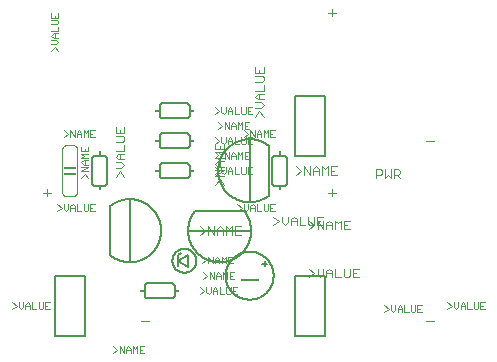
<source format=gto>
G75*
%MOIN*%
%OFA0B0*%
%FSLAX25Y25*%
%IPPOS*%
%LPD*%
%AMOC8*
5,1,8,0,0,1.08239X$1,22.5*
%
%ADD10C,0.00400*%
%ADD11C,0.00200*%
%ADD12R,0.04000X0.01000*%
%ADD13C,0.00600*%
%ADD14R,0.06400X0.01000*%
%ADD15C,0.00500*%
%ADD16C,0.00300*%
%ADD17R,0.01000X0.01500*%
%ADD18R,0.01500X0.01000*%
D10*
X0040115Y0056740D02*
X0042115Y0056740D01*
X0042191Y0056742D01*
X0042267Y0056748D01*
X0042342Y0056757D01*
X0042417Y0056771D01*
X0042491Y0056788D01*
X0042564Y0056809D01*
X0042636Y0056833D01*
X0042707Y0056862D01*
X0042776Y0056893D01*
X0042843Y0056928D01*
X0042908Y0056967D01*
X0042972Y0057009D01*
X0043033Y0057054D01*
X0043092Y0057102D01*
X0043148Y0057153D01*
X0043202Y0057207D01*
X0043253Y0057263D01*
X0043301Y0057322D01*
X0043346Y0057383D01*
X0043388Y0057447D01*
X0043427Y0057512D01*
X0043462Y0057579D01*
X0043493Y0057648D01*
X0043522Y0057719D01*
X0043546Y0057791D01*
X0043567Y0057864D01*
X0043584Y0057938D01*
X0043598Y0058013D01*
X0043607Y0058088D01*
X0043613Y0058164D01*
X0043615Y0058240D01*
X0043615Y0072240D01*
X0043613Y0072316D01*
X0043607Y0072392D01*
X0043598Y0072467D01*
X0043584Y0072542D01*
X0043567Y0072616D01*
X0043546Y0072689D01*
X0043522Y0072761D01*
X0043493Y0072832D01*
X0043462Y0072901D01*
X0043427Y0072968D01*
X0043388Y0073033D01*
X0043346Y0073097D01*
X0043301Y0073158D01*
X0043253Y0073217D01*
X0043202Y0073273D01*
X0043148Y0073327D01*
X0043092Y0073378D01*
X0043033Y0073426D01*
X0042972Y0073471D01*
X0042908Y0073513D01*
X0042843Y0073552D01*
X0042776Y0073587D01*
X0042707Y0073618D01*
X0042636Y0073647D01*
X0042564Y0073671D01*
X0042491Y0073692D01*
X0042417Y0073709D01*
X0042342Y0073723D01*
X0042267Y0073732D01*
X0042191Y0073738D01*
X0042115Y0073740D01*
X0040115Y0073740D01*
X0040039Y0073738D01*
X0039963Y0073732D01*
X0039888Y0073723D01*
X0039813Y0073709D01*
X0039739Y0073692D01*
X0039666Y0073671D01*
X0039594Y0073647D01*
X0039523Y0073618D01*
X0039454Y0073587D01*
X0039387Y0073552D01*
X0039322Y0073513D01*
X0039258Y0073471D01*
X0039197Y0073426D01*
X0039138Y0073378D01*
X0039082Y0073327D01*
X0039028Y0073273D01*
X0038977Y0073217D01*
X0038929Y0073158D01*
X0038884Y0073097D01*
X0038842Y0073033D01*
X0038803Y0072968D01*
X0038768Y0072901D01*
X0038737Y0072832D01*
X0038708Y0072761D01*
X0038684Y0072689D01*
X0038663Y0072616D01*
X0038646Y0072542D01*
X0038632Y0072467D01*
X0038623Y0072392D01*
X0038617Y0072316D01*
X0038615Y0072240D01*
X0038615Y0058240D01*
X0038617Y0058164D01*
X0038623Y0058088D01*
X0038632Y0058013D01*
X0038646Y0057938D01*
X0038663Y0057864D01*
X0038684Y0057791D01*
X0038708Y0057719D01*
X0038737Y0057648D01*
X0038768Y0057579D01*
X0038803Y0057512D01*
X0038842Y0057447D01*
X0038884Y0057383D01*
X0038929Y0057322D01*
X0038977Y0057263D01*
X0039028Y0057207D01*
X0039082Y0057153D01*
X0039138Y0057102D01*
X0039197Y0057054D01*
X0039258Y0057009D01*
X0039322Y0056967D01*
X0039387Y0056928D01*
X0039454Y0056893D01*
X0039523Y0056862D01*
X0039594Y0056833D01*
X0039666Y0056809D01*
X0039739Y0056788D01*
X0039813Y0056771D01*
X0039888Y0056757D01*
X0039963Y0056748D01*
X0040039Y0056742D01*
X0040115Y0056740D01*
D11*
X0023424Y0020241D02*
X0021956Y0019140D01*
X0023424Y0020241D02*
X0021956Y0021342D01*
X0024166Y0021342D02*
X0024166Y0019874D01*
X0024900Y0019140D01*
X0025634Y0019874D01*
X0025634Y0021342D01*
X0026376Y0020608D02*
X0027110Y0021342D01*
X0027844Y0020608D01*
X0027844Y0019140D01*
X0028586Y0019140D02*
X0030054Y0019140D01*
X0030795Y0019507D02*
X0031162Y0019140D01*
X0031896Y0019140D01*
X0032263Y0019507D01*
X0032263Y0021342D01*
X0033005Y0021342D02*
X0033005Y0019140D01*
X0034473Y0019140D01*
X0033739Y0020241D02*
X0033005Y0020241D01*
X0033005Y0021342D02*
X0034473Y0021342D01*
X0030795Y0021342D02*
X0030795Y0019507D01*
X0028586Y0019140D02*
X0028586Y0021342D01*
X0026376Y0020608D02*
X0026376Y0019140D01*
X0026376Y0020241D02*
X0027844Y0020241D01*
X0055580Y0006622D02*
X0057048Y0005521D01*
X0055580Y0004420D01*
X0057789Y0004420D02*
X0057789Y0006622D01*
X0059257Y0004420D01*
X0059257Y0006622D01*
X0059999Y0005888D02*
X0060733Y0006622D01*
X0061467Y0005888D01*
X0061467Y0004420D01*
X0062209Y0004420D02*
X0062209Y0006622D01*
X0062943Y0005888D01*
X0063677Y0006622D01*
X0063677Y0004420D01*
X0064419Y0004420D02*
X0065887Y0004420D01*
X0065153Y0005521D02*
X0064419Y0005521D01*
X0064419Y0006622D02*
X0064419Y0004420D01*
X0064419Y0006622D02*
X0065887Y0006622D01*
X0061467Y0005521D02*
X0059999Y0005521D01*
X0059999Y0005888D02*
X0059999Y0004420D01*
X0084475Y0024140D02*
X0085943Y0025241D01*
X0084475Y0026342D01*
X0086685Y0026342D02*
X0086685Y0024874D01*
X0087418Y0024140D01*
X0088152Y0024874D01*
X0088152Y0026342D01*
X0088894Y0025608D02*
X0089628Y0026342D01*
X0090362Y0025608D01*
X0090362Y0024140D01*
X0091104Y0024140D02*
X0092572Y0024140D01*
X0093314Y0024507D02*
X0093681Y0024140D01*
X0094415Y0024140D01*
X0094782Y0024507D01*
X0094782Y0026342D01*
X0095524Y0026342D02*
X0095524Y0024140D01*
X0096992Y0024140D01*
X0096258Y0025241D02*
X0095524Y0025241D01*
X0095524Y0026342D02*
X0096992Y0026342D01*
X0093314Y0026342D02*
X0093314Y0024507D01*
X0091104Y0024140D02*
X0091104Y0026342D01*
X0090362Y0025241D02*
X0088894Y0025241D01*
X0088894Y0025608D02*
X0088894Y0024140D01*
X0089257Y0029140D02*
X0089257Y0031342D01*
X0089999Y0030608D02*
X0090733Y0031342D01*
X0091467Y0030608D01*
X0091467Y0029140D01*
X0092209Y0029140D02*
X0092209Y0031342D01*
X0092943Y0030608D01*
X0093677Y0031342D01*
X0093677Y0029140D01*
X0094419Y0029140D02*
X0095887Y0029140D01*
X0095153Y0030241D02*
X0094419Y0030241D01*
X0094419Y0031342D02*
X0094419Y0029140D01*
X0094419Y0031342D02*
X0095887Y0031342D01*
X0095473Y0034340D02*
X0094005Y0034340D01*
X0094005Y0036542D01*
X0095473Y0036542D01*
X0094739Y0035441D02*
X0094005Y0035441D01*
X0093263Y0036542D02*
X0092529Y0035808D01*
X0091796Y0036542D01*
X0091796Y0034340D01*
X0091054Y0034340D02*
X0091054Y0035808D01*
X0090320Y0036542D01*
X0089586Y0035808D01*
X0089586Y0034340D01*
X0088844Y0034340D02*
X0088844Y0036542D01*
X0089586Y0035441D02*
X0091054Y0035441D01*
X0093263Y0036542D02*
X0093263Y0034340D01*
X0088844Y0034340D02*
X0087376Y0036542D01*
X0087376Y0034340D01*
X0086634Y0035441D02*
X0085166Y0034340D01*
X0086634Y0035441D02*
X0085166Y0036542D01*
X0085580Y0031342D02*
X0087048Y0030241D01*
X0085580Y0029140D01*
X0087789Y0029140D02*
X0087789Y0031342D01*
X0089257Y0029140D01*
X0089999Y0029140D02*
X0089999Y0030608D01*
X0089999Y0030241D02*
X0091467Y0030241D01*
X0096956Y0051840D02*
X0098424Y0052941D01*
X0096956Y0054042D01*
X0099166Y0054042D02*
X0099166Y0052574D01*
X0099900Y0051840D01*
X0100634Y0052574D01*
X0100634Y0054042D01*
X0101376Y0053308D02*
X0102110Y0054042D01*
X0102844Y0053308D01*
X0102844Y0051840D01*
X0103586Y0051840D02*
X0105054Y0051840D01*
X0105795Y0052207D02*
X0106162Y0051840D01*
X0106896Y0051840D01*
X0107263Y0052207D01*
X0107263Y0054042D01*
X0108005Y0054042D02*
X0108005Y0051840D01*
X0109473Y0051840D01*
X0108739Y0052941D02*
X0108005Y0052941D01*
X0108005Y0054042D02*
X0109473Y0054042D01*
X0105795Y0054042D02*
X0105795Y0052207D01*
X0103586Y0051840D02*
X0103586Y0054042D01*
X0102844Y0052941D02*
X0101376Y0052941D01*
X0101376Y0053308D02*
X0101376Y0051840D01*
X0101992Y0064140D02*
X0100524Y0064140D01*
X0100524Y0066342D01*
X0101992Y0066342D01*
X0101258Y0065241D02*
X0100524Y0065241D01*
X0099782Y0064507D02*
X0099782Y0066342D01*
X0098314Y0066342D02*
X0098314Y0064507D01*
X0098681Y0064140D01*
X0099415Y0064140D01*
X0099782Y0064507D01*
X0097572Y0064140D02*
X0096104Y0064140D01*
X0096104Y0066342D01*
X0095362Y0065608D02*
X0095362Y0064140D01*
X0095362Y0065241D02*
X0093894Y0065241D01*
X0093894Y0065608D02*
X0094628Y0066342D01*
X0095362Y0065608D01*
X0093894Y0065608D02*
X0093894Y0064140D01*
X0093152Y0064874D02*
X0093152Y0066342D01*
X0091685Y0066342D02*
X0091685Y0064874D01*
X0092418Y0064140D01*
X0093152Y0064874D01*
X0090943Y0065241D02*
X0089475Y0064140D01*
X0090943Y0065241D02*
X0089475Y0066342D01*
X0090580Y0069140D02*
X0092048Y0070241D01*
X0090580Y0071342D01*
X0092048Y0070241D01*
X0090580Y0069140D01*
X0092789Y0069140D02*
X0092789Y0071342D01*
X0094257Y0069140D01*
X0094257Y0071342D01*
X0094257Y0069140D01*
X0092789Y0071342D01*
X0092789Y0069140D01*
X0094999Y0069140D02*
X0094999Y0070608D01*
X0095733Y0071342D01*
X0096467Y0070608D01*
X0096467Y0069140D01*
X0096467Y0070608D01*
X0095733Y0071342D01*
X0094999Y0070608D01*
X0094999Y0069140D01*
X0094999Y0070241D02*
X0096467Y0070241D01*
X0094999Y0070241D01*
X0097209Y0069140D02*
X0097209Y0071342D01*
X0097943Y0070608D01*
X0098677Y0071342D01*
X0098677Y0069140D01*
X0098677Y0071342D01*
X0097943Y0070608D01*
X0097209Y0071342D01*
X0097209Y0069140D01*
X0099419Y0069140D02*
X0099419Y0071342D01*
X0100887Y0071342D01*
X0099419Y0071342D01*
X0099419Y0069140D01*
X0100887Y0069140D01*
X0099419Y0069140D01*
X0099419Y0070241D02*
X0100153Y0070241D01*
X0099419Y0070241D01*
X0099415Y0074140D02*
X0098681Y0074140D01*
X0098314Y0074507D01*
X0098314Y0076342D01*
X0099166Y0076440D02*
X0100634Y0077541D01*
X0099166Y0078642D01*
X0099419Y0079140D02*
X0100887Y0079140D01*
X0101376Y0078642D02*
X0102844Y0076440D01*
X0102844Y0078642D01*
X0103586Y0077908D02*
X0104320Y0078642D01*
X0105054Y0077908D01*
X0105054Y0076440D01*
X0105796Y0076440D02*
X0105796Y0078642D01*
X0106529Y0077908D01*
X0107263Y0078642D01*
X0107263Y0076440D01*
X0108005Y0076440D02*
X0109473Y0076440D01*
X0108739Y0077541D02*
X0108005Y0077541D01*
X0108005Y0078642D02*
X0108005Y0076440D01*
X0108005Y0078642D02*
X0109473Y0078642D01*
X0105054Y0077541D02*
X0103586Y0077541D01*
X0103586Y0077908D02*
X0103586Y0076440D01*
X0101992Y0076342D02*
X0100524Y0076342D01*
X0100524Y0074140D01*
X0101992Y0074140D01*
X0101258Y0075241D02*
X0100524Y0075241D01*
X0099782Y0074507D02*
X0099782Y0076342D01*
X0101376Y0076440D02*
X0101376Y0078642D01*
X0099419Y0079140D02*
X0099419Y0081342D01*
X0100887Y0081342D01*
X0100153Y0080241D02*
X0099419Y0080241D01*
X0098677Y0081342D02*
X0098677Y0079140D01*
X0097209Y0079140D02*
X0097209Y0081342D01*
X0097943Y0080608D01*
X0098677Y0081342D01*
X0096467Y0080608D02*
X0096467Y0079140D01*
X0096467Y0080241D02*
X0094999Y0080241D01*
X0094999Y0080608D02*
X0095733Y0081342D01*
X0096467Y0080608D01*
X0094999Y0080608D02*
X0094999Y0079140D01*
X0094257Y0079140D02*
X0094257Y0081342D01*
X0092789Y0081342D02*
X0094257Y0079140D01*
X0092789Y0079140D02*
X0092789Y0081342D01*
X0092048Y0080241D02*
X0090580Y0079140D01*
X0092048Y0080241D02*
X0090580Y0081342D01*
X0089475Y0084140D02*
X0090943Y0085241D01*
X0089475Y0086342D01*
X0091685Y0086342D02*
X0091685Y0084874D01*
X0092418Y0084140D01*
X0093152Y0084874D01*
X0093152Y0086342D01*
X0093894Y0085608D02*
X0094628Y0086342D01*
X0095362Y0085608D01*
X0095362Y0084140D01*
X0096104Y0084140D02*
X0097572Y0084140D01*
X0098314Y0084507D02*
X0098681Y0084140D01*
X0099415Y0084140D01*
X0099782Y0084507D01*
X0099782Y0086342D01*
X0100524Y0086342D02*
X0100524Y0084140D01*
X0101992Y0084140D01*
X0101258Y0085241D02*
X0100524Y0085241D01*
X0098314Y0084507D02*
X0098314Y0086342D01*
X0096104Y0086342D02*
X0096104Y0084140D01*
X0095362Y0085241D02*
X0093894Y0085241D01*
X0093894Y0085608D02*
X0093894Y0084140D01*
X0100524Y0086342D02*
X0101992Y0086342D01*
X0096104Y0076342D02*
X0096104Y0074140D01*
X0097572Y0074140D01*
X0099415Y0074140D02*
X0099782Y0074507D01*
X0095362Y0074140D02*
X0095362Y0075608D01*
X0094628Y0076342D01*
X0093894Y0075608D01*
X0093894Y0074140D01*
X0093152Y0074874D02*
X0093152Y0076342D01*
X0093894Y0075241D02*
X0095362Y0075241D01*
X0093152Y0074874D02*
X0092418Y0074140D01*
X0091685Y0074874D01*
X0091685Y0076342D01*
X0090943Y0075241D02*
X0089475Y0074140D01*
X0090943Y0075241D02*
X0089475Y0076342D01*
X0049473Y0076440D02*
X0048005Y0076440D01*
X0048005Y0078642D01*
X0049473Y0078642D01*
X0048739Y0077541D02*
X0048005Y0077541D01*
X0047263Y0078642D02*
X0046529Y0077908D01*
X0045796Y0078642D01*
X0045796Y0076440D01*
X0045054Y0076440D02*
X0045054Y0077908D01*
X0044320Y0078642D01*
X0043586Y0077908D01*
X0043586Y0076440D01*
X0042844Y0076440D02*
X0042844Y0078642D01*
X0043586Y0077541D02*
X0045054Y0077541D01*
X0042844Y0076440D02*
X0041376Y0078642D01*
X0041376Y0076440D01*
X0040634Y0077541D02*
X0039166Y0076440D01*
X0040634Y0077541D02*
X0039166Y0078642D01*
X0045014Y0073098D02*
X0045014Y0071630D01*
X0047215Y0071630D01*
X0047215Y0073098D01*
X0046115Y0072364D02*
X0046115Y0071630D01*
X0047215Y0070888D02*
X0045014Y0070888D01*
X0045748Y0070154D01*
X0045014Y0069420D01*
X0047215Y0069420D01*
X0047215Y0068678D02*
X0045748Y0068678D01*
X0045014Y0067944D01*
X0045748Y0067210D01*
X0047215Y0067210D01*
X0047215Y0066468D02*
X0045014Y0066468D01*
X0046115Y0067210D02*
X0046115Y0068678D01*
X0047215Y0066468D02*
X0045014Y0065000D01*
X0047215Y0065000D01*
X0046115Y0064258D02*
X0047215Y0062790D01*
X0046115Y0064258D02*
X0045014Y0062790D01*
X0045795Y0054042D02*
X0045795Y0052207D01*
X0046162Y0051840D01*
X0046896Y0051840D01*
X0047263Y0052207D01*
X0047263Y0054042D01*
X0048005Y0054042D02*
X0048005Y0051840D01*
X0049473Y0051840D01*
X0048739Y0052941D02*
X0048005Y0052941D01*
X0048005Y0054042D02*
X0049473Y0054042D01*
X0045054Y0051840D02*
X0043586Y0051840D01*
X0043586Y0054042D01*
X0042844Y0053308D02*
X0042844Y0051840D01*
X0042844Y0052941D02*
X0041376Y0052941D01*
X0041376Y0053308D02*
X0041376Y0051840D01*
X0040634Y0052574D02*
X0040634Y0054042D01*
X0041376Y0053308D02*
X0042110Y0054042D01*
X0042844Y0053308D01*
X0040634Y0052574D02*
X0039900Y0051840D01*
X0039166Y0052574D01*
X0039166Y0054042D01*
X0038424Y0052941D02*
X0036956Y0051840D01*
X0038424Y0052941D02*
X0036956Y0054042D01*
X0047263Y0076440D02*
X0047263Y0078642D01*
X0037215Y0105118D02*
X0036115Y0106586D01*
X0035014Y0105118D01*
X0035014Y0107328D02*
X0036482Y0107328D01*
X0037215Y0108062D01*
X0036482Y0108796D01*
X0035014Y0108796D01*
X0035748Y0109538D02*
X0035014Y0110272D01*
X0035748Y0111005D01*
X0037215Y0111005D01*
X0037215Y0111747D02*
X0037215Y0113215D01*
X0036848Y0113957D02*
X0037215Y0114324D01*
X0037215Y0115058D01*
X0036848Y0115425D01*
X0035014Y0115425D01*
X0035014Y0116167D02*
X0037215Y0116167D01*
X0037215Y0117635D01*
X0036115Y0116901D02*
X0036115Y0116167D01*
X0035014Y0116167D02*
X0035014Y0117635D01*
X0035014Y0113957D02*
X0036848Y0113957D01*
X0037215Y0111747D02*
X0035014Y0111747D01*
X0036115Y0111005D02*
X0036115Y0109538D01*
X0035748Y0109538D02*
X0037215Y0109538D01*
X0166993Y0021342D02*
X0168461Y0020241D01*
X0166993Y0019140D01*
X0169203Y0019874D02*
X0169937Y0019140D01*
X0170671Y0019874D01*
X0170671Y0021342D01*
X0171413Y0020608D02*
X0172147Y0021342D01*
X0172881Y0020608D01*
X0172881Y0019140D01*
X0173623Y0019140D02*
X0175091Y0019140D01*
X0175833Y0019507D02*
X0176200Y0019140D01*
X0176934Y0019140D01*
X0177301Y0019507D01*
X0177301Y0021342D01*
X0178043Y0021342D02*
X0178043Y0019140D01*
X0179511Y0019140D01*
X0178777Y0020241D02*
X0178043Y0020241D01*
X0175833Y0019507D02*
X0175833Y0021342D01*
X0178043Y0021342D02*
X0179511Y0021342D01*
X0173623Y0021342D02*
X0173623Y0019140D01*
X0172881Y0020241D02*
X0171413Y0020241D01*
X0171413Y0020608D02*
X0171413Y0019140D01*
X0169203Y0019874D02*
X0169203Y0021342D01*
X0158511Y0020292D02*
X0157043Y0020292D01*
X0157043Y0018090D01*
X0158511Y0018090D01*
X0156301Y0018457D02*
X0156301Y0020292D01*
X0157043Y0019191D02*
X0157777Y0019191D01*
X0156301Y0018457D02*
X0155934Y0018090D01*
X0155200Y0018090D01*
X0154833Y0018457D01*
X0154833Y0020292D01*
X0152623Y0020292D02*
X0152623Y0018090D01*
X0154091Y0018090D01*
X0151881Y0018090D02*
X0151881Y0019558D01*
X0151147Y0020292D01*
X0150413Y0019558D01*
X0150413Y0018090D01*
X0149671Y0018824D02*
X0149671Y0020292D01*
X0150413Y0019191D02*
X0151881Y0019191D01*
X0149671Y0018824D02*
X0148937Y0018090D01*
X0148203Y0018824D01*
X0148203Y0020292D01*
X0147461Y0019191D02*
X0145993Y0018090D01*
X0147461Y0019191D02*
X0145993Y0020292D01*
D12*
X0041115Y0064240D03*
X0041115Y0066240D03*
D13*
X0048615Y0069240D02*
X0048615Y0061240D01*
X0048617Y0061180D01*
X0048622Y0061119D01*
X0048631Y0061060D01*
X0048644Y0061001D01*
X0048660Y0060942D01*
X0048680Y0060885D01*
X0048703Y0060830D01*
X0048730Y0060775D01*
X0048759Y0060723D01*
X0048792Y0060672D01*
X0048828Y0060623D01*
X0048866Y0060577D01*
X0048908Y0060533D01*
X0048952Y0060491D01*
X0048998Y0060453D01*
X0049047Y0060417D01*
X0049098Y0060384D01*
X0049150Y0060355D01*
X0049205Y0060328D01*
X0049260Y0060305D01*
X0049317Y0060285D01*
X0049376Y0060269D01*
X0049435Y0060256D01*
X0049494Y0060247D01*
X0049555Y0060242D01*
X0049615Y0060240D01*
X0052615Y0060240D01*
X0052675Y0060242D01*
X0052736Y0060247D01*
X0052795Y0060256D01*
X0052854Y0060269D01*
X0052913Y0060285D01*
X0052970Y0060305D01*
X0053025Y0060328D01*
X0053080Y0060355D01*
X0053132Y0060384D01*
X0053183Y0060417D01*
X0053232Y0060453D01*
X0053278Y0060491D01*
X0053322Y0060533D01*
X0053364Y0060577D01*
X0053402Y0060623D01*
X0053438Y0060672D01*
X0053471Y0060723D01*
X0053500Y0060775D01*
X0053527Y0060830D01*
X0053550Y0060885D01*
X0053570Y0060942D01*
X0053586Y0061001D01*
X0053599Y0061060D01*
X0053608Y0061119D01*
X0053613Y0061180D01*
X0053615Y0061240D01*
X0053615Y0069240D01*
X0053613Y0069300D01*
X0053608Y0069361D01*
X0053599Y0069420D01*
X0053586Y0069479D01*
X0053570Y0069538D01*
X0053550Y0069595D01*
X0053527Y0069650D01*
X0053500Y0069705D01*
X0053471Y0069757D01*
X0053438Y0069808D01*
X0053402Y0069857D01*
X0053364Y0069903D01*
X0053322Y0069947D01*
X0053278Y0069989D01*
X0053232Y0070027D01*
X0053183Y0070063D01*
X0053132Y0070096D01*
X0053080Y0070125D01*
X0053025Y0070152D01*
X0052970Y0070175D01*
X0052913Y0070195D01*
X0052854Y0070211D01*
X0052795Y0070224D01*
X0052736Y0070233D01*
X0052675Y0070238D01*
X0052615Y0070240D01*
X0049615Y0070240D01*
X0049555Y0070238D01*
X0049494Y0070233D01*
X0049435Y0070224D01*
X0049376Y0070211D01*
X0049317Y0070195D01*
X0049260Y0070175D01*
X0049205Y0070152D01*
X0049150Y0070125D01*
X0049098Y0070096D01*
X0049047Y0070063D01*
X0048998Y0070027D01*
X0048952Y0069989D01*
X0048908Y0069947D01*
X0048866Y0069903D01*
X0048828Y0069857D01*
X0048792Y0069808D01*
X0048759Y0069757D01*
X0048730Y0069705D01*
X0048703Y0069650D01*
X0048680Y0069595D01*
X0048660Y0069538D01*
X0048644Y0069479D01*
X0048631Y0069420D01*
X0048622Y0069361D01*
X0048617Y0069300D01*
X0048615Y0069240D01*
X0048617Y0069300D01*
X0048622Y0069361D01*
X0048631Y0069420D01*
X0048644Y0069479D01*
X0048660Y0069538D01*
X0048680Y0069595D01*
X0048703Y0069650D01*
X0048730Y0069705D01*
X0048759Y0069757D01*
X0048792Y0069808D01*
X0048828Y0069857D01*
X0048866Y0069903D01*
X0048908Y0069947D01*
X0048952Y0069989D01*
X0048998Y0070027D01*
X0049047Y0070063D01*
X0049098Y0070096D01*
X0049150Y0070125D01*
X0049205Y0070152D01*
X0049260Y0070175D01*
X0049317Y0070195D01*
X0049376Y0070211D01*
X0049435Y0070224D01*
X0049494Y0070233D01*
X0049555Y0070238D01*
X0049615Y0070240D01*
X0052615Y0070240D02*
X0052675Y0070238D01*
X0052736Y0070233D01*
X0052795Y0070224D01*
X0052854Y0070211D01*
X0052913Y0070195D01*
X0052970Y0070175D01*
X0053025Y0070152D01*
X0053080Y0070125D01*
X0053132Y0070096D01*
X0053183Y0070063D01*
X0053232Y0070027D01*
X0053278Y0069989D01*
X0053322Y0069947D01*
X0053364Y0069903D01*
X0053402Y0069857D01*
X0053438Y0069808D01*
X0053471Y0069757D01*
X0053500Y0069705D01*
X0053527Y0069650D01*
X0053550Y0069595D01*
X0053570Y0069538D01*
X0053586Y0069479D01*
X0053599Y0069420D01*
X0053608Y0069361D01*
X0053613Y0069300D01*
X0053615Y0069240D01*
X0053615Y0061240D02*
X0053613Y0061180D01*
X0053608Y0061119D01*
X0053599Y0061060D01*
X0053586Y0061001D01*
X0053570Y0060942D01*
X0053550Y0060885D01*
X0053527Y0060830D01*
X0053500Y0060775D01*
X0053471Y0060723D01*
X0053438Y0060672D01*
X0053402Y0060623D01*
X0053364Y0060577D01*
X0053322Y0060533D01*
X0053278Y0060491D01*
X0053232Y0060453D01*
X0053183Y0060417D01*
X0053132Y0060384D01*
X0053080Y0060355D01*
X0053025Y0060328D01*
X0052970Y0060305D01*
X0052913Y0060285D01*
X0052854Y0060269D01*
X0052795Y0060256D01*
X0052736Y0060247D01*
X0052675Y0060242D01*
X0052615Y0060240D01*
X0049615Y0060240D02*
X0049555Y0060242D01*
X0049494Y0060247D01*
X0049435Y0060256D01*
X0049376Y0060269D01*
X0049317Y0060285D01*
X0049260Y0060305D01*
X0049205Y0060328D01*
X0049150Y0060355D01*
X0049098Y0060384D01*
X0049047Y0060417D01*
X0048998Y0060453D01*
X0048952Y0060491D01*
X0048908Y0060533D01*
X0048866Y0060577D01*
X0048828Y0060623D01*
X0048792Y0060672D01*
X0048759Y0060723D01*
X0048730Y0060775D01*
X0048703Y0060830D01*
X0048680Y0060885D01*
X0048660Y0060942D01*
X0048644Y0061001D01*
X0048631Y0061060D01*
X0048622Y0061119D01*
X0048617Y0061180D01*
X0048615Y0061240D01*
X0071115Y0063740D02*
X0071115Y0066740D01*
X0071117Y0066800D01*
X0071122Y0066861D01*
X0071131Y0066920D01*
X0071144Y0066979D01*
X0071160Y0067038D01*
X0071180Y0067095D01*
X0071203Y0067150D01*
X0071230Y0067205D01*
X0071259Y0067257D01*
X0071292Y0067308D01*
X0071328Y0067357D01*
X0071366Y0067403D01*
X0071408Y0067447D01*
X0071452Y0067489D01*
X0071498Y0067527D01*
X0071547Y0067563D01*
X0071598Y0067596D01*
X0071650Y0067625D01*
X0071705Y0067652D01*
X0071760Y0067675D01*
X0071817Y0067695D01*
X0071876Y0067711D01*
X0071935Y0067724D01*
X0071994Y0067733D01*
X0072055Y0067738D01*
X0072115Y0067740D01*
X0080115Y0067740D01*
X0080175Y0067738D01*
X0080236Y0067733D01*
X0080295Y0067724D01*
X0080354Y0067711D01*
X0080413Y0067695D01*
X0080470Y0067675D01*
X0080525Y0067652D01*
X0080580Y0067625D01*
X0080632Y0067596D01*
X0080683Y0067563D01*
X0080732Y0067527D01*
X0080778Y0067489D01*
X0080822Y0067447D01*
X0080864Y0067403D01*
X0080902Y0067357D01*
X0080938Y0067308D01*
X0080971Y0067257D01*
X0081000Y0067205D01*
X0081027Y0067150D01*
X0081050Y0067095D01*
X0081070Y0067038D01*
X0081086Y0066979D01*
X0081099Y0066920D01*
X0081108Y0066861D01*
X0081113Y0066800D01*
X0081115Y0066740D01*
X0081115Y0063740D01*
X0081113Y0063680D01*
X0081108Y0063619D01*
X0081099Y0063560D01*
X0081086Y0063501D01*
X0081070Y0063442D01*
X0081050Y0063385D01*
X0081027Y0063330D01*
X0081000Y0063275D01*
X0080971Y0063223D01*
X0080938Y0063172D01*
X0080902Y0063123D01*
X0080864Y0063077D01*
X0080822Y0063033D01*
X0080778Y0062991D01*
X0080732Y0062953D01*
X0080683Y0062917D01*
X0080632Y0062884D01*
X0080580Y0062855D01*
X0080525Y0062828D01*
X0080470Y0062805D01*
X0080413Y0062785D01*
X0080354Y0062769D01*
X0080295Y0062756D01*
X0080236Y0062747D01*
X0080175Y0062742D01*
X0080115Y0062740D01*
X0072115Y0062740D01*
X0072055Y0062742D01*
X0071994Y0062747D01*
X0071935Y0062756D01*
X0071876Y0062769D01*
X0071817Y0062785D01*
X0071760Y0062805D01*
X0071705Y0062828D01*
X0071650Y0062855D01*
X0071598Y0062884D01*
X0071547Y0062917D01*
X0071498Y0062953D01*
X0071452Y0062991D01*
X0071408Y0063033D01*
X0071366Y0063077D01*
X0071328Y0063123D01*
X0071292Y0063172D01*
X0071259Y0063223D01*
X0071230Y0063275D01*
X0071203Y0063330D01*
X0071180Y0063385D01*
X0071160Y0063442D01*
X0071144Y0063501D01*
X0071131Y0063560D01*
X0071122Y0063619D01*
X0071117Y0063680D01*
X0071115Y0063740D01*
X0071117Y0063680D01*
X0071122Y0063619D01*
X0071131Y0063560D01*
X0071144Y0063501D01*
X0071160Y0063442D01*
X0071180Y0063385D01*
X0071203Y0063330D01*
X0071230Y0063275D01*
X0071259Y0063223D01*
X0071292Y0063172D01*
X0071328Y0063123D01*
X0071366Y0063077D01*
X0071408Y0063033D01*
X0071452Y0062991D01*
X0071498Y0062953D01*
X0071547Y0062917D01*
X0071598Y0062884D01*
X0071650Y0062855D01*
X0071705Y0062828D01*
X0071760Y0062805D01*
X0071817Y0062785D01*
X0071876Y0062769D01*
X0071935Y0062756D01*
X0071994Y0062747D01*
X0072055Y0062742D01*
X0072115Y0062740D01*
X0071115Y0066740D02*
X0071117Y0066800D01*
X0071122Y0066861D01*
X0071131Y0066920D01*
X0071144Y0066979D01*
X0071160Y0067038D01*
X0071180Y0067095D01*
X0071203Y0067150D01*
X0071230Y0067205D01*
X0071259Y0067257D01*
X0071292Y0067308D01*
X0071328Y0067357D01*
X0071366Y0067403D01*
X0071408Y0067447D01*
X0071452Y0067489D01*
X0071498Y0067527D01*
X0071547Y0067563D01*
X0071598Y0067596D01*
X0071650Y0067625D01*
X0071705Y0067652D01*
X0071760Y0067675D01*
X0071817Y0067695D01*
X0071876Y0067711D01*
X0071935Y0067724D01*
X0071994Y0067733D01*
X0072055Y0067738D01*
X0072115Y0067740D01*
X0072115Y0072740D02*
X0080115Y0072740D01*
X0080175Y0072742D01*
X0080236Y0072747D01*
X0080295Y0072756D01*
X0080354Y0072769D01*
X0080413Y0072785D01*
X0080470Y0072805D01*
X0080525Y0072828D01*
X0080580Y0072855D01*
X0080632Y0072884D01*
X0080683Y0072917D01*
X0080732Y0072953D01*
X0080778Y0072991D01*
X0080822Y0073033D01*
X0080864Y0073077D01*
X0080902Y0073123D01*
X0080938Y0073172D01*
X0080971Y0073223D01*
X0081000Y0073275D01*
X0081027Y0073330D01*
X0081050Y0073385D01*
X0081070Y0073442D01*
X0081086Y0073501D01*
X0081099Y0073560D01*
X0081108Y0073619D01*
X0081113Y0073680D01*
X0081115Y0073740D01*
X0081115Y0076740D01*
X0081113Y0076800D01*
X0081108Y0076861D01*
X0081099Y0076920D01*
X0081086Y0076979D01*
X0081070Y0077038D01*
X0081050Y0077095D01*
X0081027Y0077150D01*
X0081000Y0077205D01*
X0080971Y0077257D01*
X0080938Y0077308D01*
X0080902Y0077357D01*
X0080864Y0077403D01*
X0080822Y0077447D01*
X0080778Y0077489D01*
X0080732Y0077527D01*
X0080683Y0077563D01*
X0080632Y0077596D01*
X0080580Y0077625D01*
X0080525Y0077652D01*
X0080470Y0077675D01*
X0080413Y0077695D01*
X0080354Y0077711D01*
X0080295Y0077724D01*
X0080236Y0077733D01*
X0080175Y0077738D01*
X0080115Y0077740D01*
X0072115Y0077740D01*
X0072055Y0077738D01*
X0071994Y0077733D01*
X0071935Y0077724D01*
X0071876Y0077711D01*
X0071817Y0077695D01*
X0071760Y0077675D01*
X0071705Y0077652D01*
X0071650Y0077625D01*
X0071598Y0077596D01*
X0071547Y0077563D01*
X0071498Y0077527D01*
X0071452Y0077489D01*
X0071408Y0077447D01*
X0071366Y0077403D01*
X0071328Y0077357D01*
X0071292Y0077308D01*
X0071259Y0077257D01*
X0071230Y0077205D01*
X0071203Y0077150D01*
X0071180Y0077095D01*
X0071160Y0077038D01*
X0071144Y0076979D01*
X0071131Y0076920D01*
X0071122Y0076861D01*
X0071117Y0076800D01*
X0071115Y0076740D01*
X0071115Y0073740D01*
X0071117Y0073680D01*
X0071122Y0073619D01*
X0071131Y0073560D01*
X0071144Y0073501D01*
X0071160Y0073442D01*
X0071180Y0073385D01*
X0071203Y0073330D01*
X0071230Y0073275D01*
X0071259Y0073223D01*
X0071292Y0073172D01*
X0071328Y0073123D01*
X0071366Y0073077D01*
X0071408Y0073033D01*
X0071452Y0072991D01*
X0071498Y0072953D01*
X0071547Y0072917D01*
X0071598Y0072884D01*
X0071650Y0072855D01*
X0071705Y0072828D01*
X0071760Y0072805D01*
X0071817Y0072785D01*
X0071876Y0072769D01*
X0071935Y0072756D01*
X0071994Y0072747D01*
X0072055Y0072742D01*
X0072115Y0072740D01*
X0072055Y0072742D01*
X0071994Y0072747D01*
X0071935Y0072756D01*
X0071876Y0072769D01*
X0071817Y0072785D01*
X0071760Y0072805D01*
X0071705Y0072828D01*
X0071650Y0072855D01*
X0071598Y0072884D01*
X0071547Y0072917D01*
X0071498Y0072953D01*
X0071452Y0072991D01*
X0071408Y0073033D01*
X0071366Y0073077D01*
X0071328Y0073123D01*
X0071292Y0073172D01*
X0071259Y0073223D01*
X0071230Y0073275D01*
X0071203Y0073330D01*
X0071180Y0073385D01*
X0071160Y0073442D01*
X0071144Y0073501D01*
X0071131Y0073560D01*
X0071122Y0073619D01*
X0071117Y0073680D01*
X0071115Y0073740D01*
X0071115Y0076740D02*
X0071117Y0076800D01*
X0071122Y0076861D01*
X0071131Y0076920D01*
X0071144Y0076979D01*
X0071160Y0077038D01*
X0071180Y0077095D01*
X0071203Y0077150D01*
X0071230Y0077205D01*
X0071259Y0077257D01*
X0071292Y0077308D01*
X0071328Y0077357D01*
X0071366Y0077403D01*
X0071408Y0077447D01*
X0071452Y0077489D01*
X0071498Y0077527D01*
X0071547Y0077563D01*
X0071598Y0077596D01*
X0071650Y0077625D01*
X0071705Y0077652D01*
X0071760Y0077675D01*
X0071817Y0077695D01*
X0071876Y0077711D01*
X0071935Y0077724D01*
X0071994Y0077733D01*
X0072055Y0077738D01*
X0072115Y0077740D01*
X0072115Y0082740D02*
X0080115Y0082740D01*
X0080175Y0082742D01*
X0080236Y0082747D01*
X0080295Y0082756D01*
X0080354Y0082769D01*
X0080413Y0082785D01*
X0080470Y0082805D01*
X0080525Y0082828D01*
X0080580Y0082855D01*
X0080632Y0082884D01*
X0080683Y0082917D01*
X0080732Y0082953D01*
X0080778Y0082991D01*
X0080822Y0083033D01*
X0080864Y0083077D01*
X0080902Y0083123D01*
X0080938Y0083172D01*
X0080971Y0083223D01*
X0081000Y0083275D01*
X0081027Y0083330D01*
X0081050Y0083385D01*
X0081070Y0083442D01*
X0081086Y0083501D01*
X0081099Y0083560D01*
X0081108Y0083619D01*
X0081113Y0083680D01*
X0081115Y0083740D01*
X0081115Y0086740D01*
X0081113Y0086800D01*
X0081108Y0086861D01*
X0081099Y0086920D01*
X0081086Y0086979D01*
X0081070Y0087038D01*
X0081050Y0087095D01*
X0081027Y0087150D01*
X0081000Y0087205D01*
X0080971Y0087257D01*
X0080938Y0087308D01*
X0080902Y0087357D01*
X0080864Y0087403D01*
X0080822Y0087447D01*
X0080778Y0087489D01*
X0080732Y0087527D01*
X0080683Y0087563D01*
X0080632Y0087596D01*
X0080580Y0087625D01*
X0080525Y0087652D01*
X0080470Y0087675D01*
X0080413Y0087695D01*
X0080354Y0087711D01*
X0080295Y0087724D01*
X0080236Y0087733D01*
X0080175Y0087738D01*
X0080115Y0087740D01*
X0072115Y0087740D01*
X0072055Y0087738D01*
X0071994Y0087733D01*
X0071935Y0087724D01*
X0071876Y0087711D01*
X0071817Y0087695D01*
X0071760Y0087675D01*
X0071705Y0087652D01*
X0071650Y0087625D01*
X0071598Y0087596D01*
X0071547Y0087563D01*
X0071498Y0087527D01*
X0071452Y0087489D01*
X0071408Y0087447D01*
X0071366Y0087403D01*
X0071328Y0087357D01*
X0071292Y0087308D01*
X0071259Y0087257D01*
X0071230Y0087205D01*
X0071203Y0087150D01*
X0071180Y0087095D01*
X0071160Y0087038D01*
X0071144Y0086979D01*
X0071131Y0086920D01*
X0071122Y0086861D01*
X0071117Y0086800D01*
X0071115Y0086740D01*
X0071115Y0083740D01*
X0071117Y0083680D01*
X0071122Y0083619D01*
X0071131Y0083560D01*
X0071144Y0083501D01*
X0071160Y0083442D01*
X0071180Y0083385D01*
X0071203Y0083330D01*
X0071230Y0083275D01*
X0071259Y0083223D01*
X0071292Y0083172D01*
X0071328Y0083123D01*
X0071366Y0083077D01*
X0071408Y0083033D01*
X0071452Y0082991D01*
X0071498Y0082953D01*
X0071547Y0082917D01*
X0071598Y0082884D01*
X0071650Y0082855D01*
X0071705Y0082828D01*
X0071760Y0082805D01*
X0071817Y0082785D01*
X0071876Y0082769D01*
X0071935Y0082756D01*
X0071994Y0082747D01*
X0072055Y0082742D01*
X0072115Y0082740D01*
X0072055Y0082742D01*
X0071994Y0082747D01*
X0071935Y0082756D01*
X0071876Y0082769D01*
X0071817Y0082785D01*
X0071760Y0082805D01*
X0071705Y0082828D01*
X0071650Y0082855D01*
X0071598Y0082884D01*
X0071547Y0082917D01*
X0071498Y0082953D01*
X0071452Y0082991D01*
X0071408Y0083033D01*
X0071366Y0083077D01*
X0071328Y0083123D01*
X0071292Y0083172D01*
X0071259Y0083223D01*
X0071230Y0083275D01*
X0071203Y0083330D01*
X0071180Y0083385D01*
X0071160Y0083442D01*
X0071144Y0083501D01*
X0071131Y0083560D01*
X0071122Y0083619D01*
X0071117Y0083680D01*
X0071115Y0083740D01*
X0071115Y0086740D02*
X0071117Y0086800D01*
X0071122Y0086861D01*
X0071131Y0086920D01*
X0071144Y0086979D01*
X0071160Y0087038D01*
X0071180Y0087095D01*
X0071203Y0087150D01*
X0071230Y0087205D01*
X0071259Y0087257D01*
X0071292Y0087308D01*
X0071328Y0087357D01*
X0071366Y0087403D01*
X0071408Y0087447D01*
X0071452Y0087489D01*
X0071498Y0087527D01*
X0071547Y0087563D01*
X0071598Y0087596D01*
X0071650Y0087625D01*
X0071705Y0087652D01*
X0071760Y0087675D01*
X0071817Y0087695D01*
X0071876Y0087711D01*
X0071935Y0087724D01*
X0071994Y0087733D01*
X0072055Y0087738D01*
X0072115Y0087740D01*
X0080115Y0087740D02*
X0080175Y0087738D01*
X0080236Y0087733D01*
X0080295Y0087724D01*
X0080354Y0087711D01*
X0080413Y0087695D01*
X0080470Y0087675D01*
X0080525Y0087652D01*
X0080580Y0087625D01*
X0080632Y0087596D01*
X0080683Y0087563D01*
X0080732Y0087527D01*
X0080778Y0087489D01*
X0080822Y0087447D01*
X0080864Y0087403D01*
X0080902Y0087357D01*
X0080938Y0087308D01*
X0080971Y0087257D01*
X0081000Y0087205D01*
X0081027Y0087150D01*
X0081050Y0087095D01*
X0081070Y0087038D01*
X0081086Y0086979D01*
X0081099Y0086920D01*
X0081108Y0086861D01*
X0081113Y0086800D01*
X0081115Y0086740D01*
X0081115Y0083740D02*
X0081113Y0083680D01*
X0081108Y0083619D01*
X0081099Y0083560D01*
X0081086Y0083501D01*
X0081070Y0083442D01*
X0081050Y0083385D01*
X0081027Y0083330D01*
X0081000Y0083275D01*
X0080971Y0083223D01*
X0080938Y0083172D01*
X0080902Y0083123D01*
X0080864Y0083077D01*
X0080822Y0083033D01*
X0080778Y0082991D01*
X0080732Y0082953D01*
X0080683Y0082917D01*
X0080632Y0082884D01*
X0080580Y0082855D01*
X0080525Y0082828D01*
X0080470Y0082805D01*
X0080413Y0082785D01*
X0080354Y0082769D01*
X0080295Y0082756D01*
X0080236Y0082747D01*
X0080175Y0082742D01*
X0080115Y0082740D01*
X0080115Y0077740D02*
X0080175Y0077738D01*
X0080236Y0077733D01*
X0080295Y0077724D01*
X0080354Y0077711D01*
X0080413Y0077695D01*
X0080470Y0077675D01*
X0080525Y0077652D01*
X0080580Y0077625D01*
X0080632Y0077596D01*
X0080683Y0077563D01*
X0080732Y0077527D01*
X0080778Y0077489D01*
X0080822Y0077447D01*
X0080864Y0077403D01*
X0080902Y0077357D01*
X0080938Y0077308D01*
X0080971Y0077257D01*
X0081000Y0077205D01*
X0081027Y0077150D01*
X0081050Y0077095D01*
X0081070Y0077038D01*
X0081086Y0076979D01*
X0081099Y0076920D01*
X0081108Y0076861D01*
X0081113Y0076800D01*
X0081115Y0076740D01*
X0081115Y0073740D02*
X0081113Y0073680D01*
X0081108Y0073619D01*
X0081099Y0073560D01*
X0081086Y0073501D01*
X0081070Y0073442D01*
X0081050Y0073385D01*
X0081027Y0073330D01*
X0081000Y0073275D01*
X0080971Y0073223D01*
X0080938Y0073172D01*
X0080902Y0073123D01*
X0080864Y0073077D01*
X0080822Y0073033D01*
X0080778Y0072991D01*
X0080732Y0072953D01*
X0080683Y0072917D01*
X0080632Y0072884D01*
X0080580Y0072855D01*
X0080525Y0072828D01*
X0080470Y0072805D01*
X0080413Y0072785D01*
X0080354Y0072769D01*
X0080295Y0072756D01*
X0080236Y0072747D01*
X0080175Y0072742D01*
X0080115Y0072740D01*
X0080115Y0067740D02*
X0080175Y0067738D01*
X0080236Y0067733D01*
X0080295Y0067724D01*
X0080354Y0067711D01*
X0080413Y0067695D01*
X0080470Y0067675D01*
X0080525Y0067652D01*
X0080580Y0067625D01*
X0080632Y0067596D01*
X0080683Y0067563D01*
X0080732Y0067527D01*
X0080778Y0067489D01*
X0080822Y0067447D01*
X0080864Y0067403D01*
X0080902Y0067357D01*
X0080938Y0067308D01*
X0080971Y0067257D01*
X0081000Y0067205D01*
X0081027Y0067150D01*
X0081050Y0067095D01*
X0081070Y0067038D01*
X0081086Y0066979D01*
X0081099Y0066920D01*
X0081108Y0066861D01*
X0081113Y0066800D01*
X0081115Y0066740D01*
X0081115Y0063740D02*
X0081113Y0063680D01*
X0081108Y0063619D01*
X0081099Y0063560D01*
X0081086Y0063501D01*
X0081070Y0063442D01*
X0081050Y0063385D01*
X0081027Y0063330D01*
X0081000Y0063275D01*
X0080971Y0063223D01*
X0080938Y0063172D01*
X0080902Y0063123D01*
X0080864Y0063077D01*
X0080822Y0063033D01*
X0080778Y0062991D01*
X0080732Y0062953D01*
X0080683Y0062917D01*
X0080632Y0062884D01*
X0080580Y0062855D01*
X0080525Y0062828D01*
X0080470Y0062805D01*
X0080413Y0062785D01*
X0080354Y0062769D01*
X0080295Y0062756D01*
X0080236Y0062747D01*
X0080175Y0062742D01*
X0080115Y0062740D01*
X0108615Y0061240D02*
X0108615Y0069240D01*
X0108617Y0069300D01*
X0108622Y0069361D01*
X0108631Y0069420D01*
X0108644Y0069479D01*
X0108660Y0069538D01*
X0108680Y0069595D01*
X0108703Y0069650D01*
X0108730Y0069705D01*
X0108759Y0069757D01*
X0108792Y0069808D01*
X0108828Y0069857D01*
X0108866Y0069903D01*
X0108908Y0069947D01*
X0108952Y0069989D01*
X0108998Y0070027D01*
X0109047Y0070063D01*
X0109098Y0070096D01*
X0109150Y0070125D01*
X0109205Y0070152D01*
X0109260Y0070175D01*
X0109317Y0070195D01*
X0109376Y0070211D01*
X0109435Y0070224D01*
X0109494Y0070233D01*
X0109555Y0070238D01*
X0109615Y0070240D01*
X0112615Y0070240D01*
X0112675Y0070238D01*
X0112736Y0070233D01*
X0112795Y0070224D01*
X0112854Y0070211D01*
X0112913Y0070195D01*
X0112970Y0070175D01*
X0113025Y0070152D01*
X0113080Y0070125D01*
X0113132Y0070096D01*
X0113183Y0070063D01*
X0113232Y0070027D01*
X0113278Y0069989D01*
X0113322Y0069947D01*
X0113364Y0069903D01*
X0113402Y0069857D01*
X0113438Y0069808D01*
X0113471Y0069757D01*
X0113500Y0069705D01*
X0113527Y0069650D01*
X0113550Y0069595D01*
X0113570Y0069538D01*
X0113586Y0069479D01*
X0113599Y0069420D01*
X0113608Y0069361D01*
X0113613Y0069300D01*
X0113615Y0069240D01*
X0113615Y0061240D01*
X0113613Y0061180D01*
X0113608Y0061119D01*
X0113599Y0061060D01*
X0113586Y0061001D01*
X0113570Y0060942D01*
X0113550Y0060885D01*
X0113527Y0060830D01*
X0113500Y0060775D01*
X0113471Y0060723D01*
X0113438Y0060672D01*
X0113402Y0060623D01*
X0113364Y0060577D01*
X0113322Y0060533D01*
X0113278Y0060491D01*
X0113232Y0060453D01*
X0113183Y0060417D01*
X0113132Y0060384D01*
X0113080Y0060355D01*
X0113025Y0060328D01*
X0112970Y0060305D01*
X0112913Y0060285D01*
X0112854Y0060269D01*
X0112795Y0060256D01*
X0112736Y0060247D01*
X0112675Y0060242D01*
X0112615Y0060240D01*
X0109615Y0060240D01*
X0109555Y0060242D01*
X0109494Y0060247D01*
X0109435Y0060256D01*
X0109376Y0060269D01*
X0109317Y0060285D01*
X0109260Y0060305D01*
X0109205Y0060328D01*
X0109150Y0060355D01*
X0109098Y0060384D01*
X0109047Y0060417D01*
X0108998Y0060453D01*
X0108952Y0060491D01*
X0108908Y0060533D01*
X0108866Y0060577D01*
X0108828Y0060623D01*
X0108792Y0060672D01*
X0108759Y0060723D01*
X0108730Y0060775D01*
X0108703Y0060830D01*
X0108680Y0060885D01*
X0108660Y0060942D01*
X0108644Y0061001D01*
X0108631Y0061060D01*
X0108622Y0061119D01*
X0108617Y0061180D01*
X0108615Y0061240D01*
X0108617Y0061180D01*
X0108622Y0061119D01*
X0108631Y0061060D01*
X0108644Y0061001D01*
X0108660Y0060942D01*
X0108680Y0060885D01*
X0108703Y0060830D01*
X0108730Y0060775D01*
X0108759Y0060723D01*
X0108792Y0060672D01*
X0108828Y0060623D01*
X0108866Y0060577D01*
X0108908Y0060533D01*
X0108952Y0060491D01*
X0108998Y0060453D01*
X0109047Y0060417D01*
X0109098Y0060384D01*
X0109150Y0060355D01*
X0109205Y0060328D01*
X0109260Y0060305D01*
X0109317Y0060285D01*
X0109376Y0060269D01*
X0109435Y0060256D01*
X0109494Y0060247D01*
X0109555Y0060242D01*
X0109615Y0060240D01*
X0112615Y0060240D02*
X0112675Y0060242D01*
X0112736Y0060247D01*
X0112795Y0060256D01*
X0112854Y0060269D01*
X0112913Y0060285D01*
X0112970Y0060305D01*
X0113025Y0060328D01*
X0113080Y0060355D01*
X0113132Y0060384D01*
X0113183Y0060417D01*
X0113232Y0060453D01*
X0113278Y0060491D01*
X0113322Y0060533D01*
X0113364Y0060577D01*
X0113402Y0060623D01*
X0113438Y0060672D01*
X0113471Y0060723D01*
X0113500Y0060775D01*
X0113527Y0060830D01*
X0113550Y0060885D01*
X0113570Y0060942D01*
X0113586Y0061001D01*
X0113599Y0061060D01*
X0113608Y0061119D01*
X0113613Y0061180D01*
X0113615Y0061240D01*
X0113615Y0069240D02*
X0113613Y0069300D01*
X0113608Y0069361D01*
X0113599Y0069420D01*
X0113586Y0069479D01*
X0113570Y0069538D01*
X0113550Y0069595D01*
X0113527Y0069650D01*
X0113500Y0069705D01*
X0113471Y0069757D01*
X0113438Y0069808D01*
X0113402Y0069857D01*
X0113364Y0069903D01*
X0113322Y0069947D01*
X0113278Y0069989D01*
X0113232Y0070027D01*
X0113183Y0070063D01*
X0113132Y0070096D01*
X0113080Y0070125D01*
X0113025Y0070152D01*
X0112970Y0070175D01*
X0112913Y0070195D01*
X0112854Y0070211D01*
X0112795Y0070224D01*
X0112736Y0070233D01*
X0112675Y0070238D01*
X0112615Y0070240D01*
X0109615Y0070240D02*
X0109555Y0070238D01*
X0109494Y0070233D01*
X0109435Y0070224D01*
X0109376Y0070211D01*
X0109317Y0070195D01*
X0109260Y0070175D01*
X0109205Y0070152D01*
X0109150Y0070125D01*
X0109098Y0070096D01*
X0109047Y0070063D01*
X0108998Y0070027D01*
X0108952Y0069989D01*
X0108908Y0069947D01*
X0108866Y0069903D01*
X0108828Y0069857D01*
X0108792Y0069808D01*
X0108759Y0069757D01*
X0108730Y0069705D01*
X0108703Y0069650D01*
X0108680Y0069595D01*
X0108660Y0069538D01*
X0108644Y0069479D01*
X0108631Y0069420D01*
X0108622Y0069361D01*
X0108617Y0069300D01*
X0108615Y0069240D01*
X0106115Y0034990D02*
X0106115Y0034240D01*
X0106865Y0034240D01*
X0106115Y0034240D02*
X0106115Y0033490D01*
X0106115Y0034240D02*
X0105365Y0034240D01*
X0093115Y0030240D02*
X0093117Y0030436D01*
X0093125Y0030633D01*
X0093137Y0030829D01*
X0093154Y0031024D01*
X0093175Y0031219D01*
X0093202Y0031414D01*
X0093233Y0031608D01*
X0093269Y0031801D01*
X0093309Y0031993D01*
X0093355Y0032184D01*
X0093405Y0032374D01*
X0093459Y0032562D01*
X0093519Y0032749D01*
X0093583Y0032935D01*
X0093651Y0033119D01*
X0093724Y0033301D01*
X0093801Y0033482D01*
X0093883Y0033660D01*
X0093969Y0033837D01*
X0094060Y0034011D01*
X0094154Y0034183D01*
X0094253Y0034353D01*
X0094356Y0034520D01*
X0094463Y0034685D01*
X0094574Y0034846D01*
X0094689Y0035006D01*
X0094808Y0035162D01*
X0094931Y0035315D01*
X0095057Y0035465D01*
X0095187Y0035612D01*
X0095321Y0035756D01*
X0095458Y0035897D01*
X0095599Y0036034D01*
X0095743Y0036168D01*
X0095890Y0036298D01*
X0096040Y0036424D01*
X0096193Y0036547D01*
X0096349Y0036666D01*
X0096509Y0036781D01*
X0096670Y0036892D01*
X0096835Y0036999D01*
X0097002Y0037102D01*
X0097172Y0037201D01*
X0097344Y0037295D01*
X0097518Y0037386D01*
X0097695Y0037472D01*
X0097873Y0037554D01*
X0098054Y0037631D01*
X0098236Y0037704D01*
X0098420Y0037772D01*
X0098606Y0037836D01*
X0098793Y0037896D01*
X0098981Y0037950D01*
X0099171Y0038000D01*
X0099362Y0038046D01*
X0099554Y0038086D01*
X0099747Y0038122D01*
X0099941Y0038153D01*
X0100136Y0038180D01*
X0100331Y0038201D01*
X0100526Y0038218D01*
X0100722Y0038230D01*
X0100919Y0038238D01*
X0101115Y0038240D01*
X0101311Y0038238D01*
X0101508Y0038230D01*
X0101704Y0038218D01*
X0101899Y0038201D01*
X0102094Y0038180D01*
X0102289Y0038153D01*
X0102483Y0038122D01*
X0102676Y0038086D01*
X0102868Y0038046D01*
X0103059Y0038000D01*
X0103249Y0037950D01*
X0103437Y0037896D01*
X0103624Y0037836D01*
X0103810Y0037772D01*
X0103994Y0037704D01*
X0104176Y0037631D01*
X0104357Y0037554D01*
X0104535Y0037472D01*
X0104712Y0037386D01*
X0104886Y0037295D01*
X0105058Y0037201D01*
X0105228Y0037102D01*
X0105395Y0036999D01*
X0105560Y0036892D01*
X0105721Y0036781D01*
X0105881Y0036666D01*
X0106037Y0036547D01*
X0106190Y0036424D01*
X0106340Y0036298D01*
X0106487Y0036168D01*
X0106631Y0036034D01*
X0106772Y0035897D01*
X0106909Y0035756D01*
X0107043Y0035612D01*
X0107173Y0035465D01*
X0107299Y0035315D01*
X0107422Y0035162D01*
X0107541Y0035006D01*
X0107656Y0034846D01*
X0107767Y0034685D01*
X0107874Y0034520D01*
X0107977Y0034353D01*
X0108076Y0034183D01*
X0108170Y0034011D01*
X0108261Y0033837D01*
X0108347Y0033660D01*
X0108429Y0033482D01*
X0108506Y0033301D01*
X0108579Y0033119D01*
X0108647Y0032935D01*
X0108711Y0032749D01*
X0108771Y0032562D01*
X0108825Y0032374D01*
X0108875Y0032184D01*
X0108921Y0031993D01*
X0108961Y0031801D01*
X0108997Y0031608D01*
X0109028Y0031414D01*
X0109055Y0031219D01*
X0109076Y0031024D01*
X0109093Y0030829D01*
X0109105Y0030633D01*
X0109113Y0030436D01*
X0109115Y0030240D01*
X0109113Y0030044D01*
X0109105Y0029847D01*
X0109093Y0029651D01*
X0109076Y0029456D01*
X0109055Y0029261D01*
X0109028Y0029066D01*
X0108997Y0028872D01*
X0108961Y0028679D01*
X0108921Y0028487D01*
X0108875Y0028296D01*
X0108825Y0028106D01*
X0108771Y0027918D01*
X0108711Y0027731D01*
X0108647Y0027545D01*
X0108579Y0027361D01*
X0108506Y0027179D01*
X0108429Y0026998D01*
X0108347Y0026820D01*
X0108261Y0026643D01*
X0108170Y0026469D01*
X0108076Y0026297D01*
X0107977Y0026127D01*
X0107874Y0025960D01*
X0107767Y0025795D01*
X0107656Y0025634D01*
X0107541Y0025474D01*
X0107422Y0025318D01*
X0107299Y0025165D01*
X0107173Y0025015D01*
X0107043Y0024868D01*
X0106909Y0024724D01*
X0106772Y0024583D01*
X0106631Y0024446D01*
X0106487Y0024312D01*
X0106340Y0024182D01*
X0106190Y0024056D01*
X0106037Y0023933D01*
X0105881Y0023814D01*
X0105721Y0023699D01*
X0105560Y0023588D01*
X0105395Y0023481D01*
X0105228Y0023378D01*
X0105058Y0023279D01*
X0104886Y0023185D01*
X0104712Y0023094D01*
X0104535Y0023008D01*
X0104357Y0022926D01*
X0104176Y0022849D01*
X0103994Y0022776D01*
X0103810Y0022708D01*
X0103624Y0022644D01*
X0103437Y0022584D01*
X0103249Y0022530D01*
X0103059Y0022480D01*
X0102868Y0022434D01*
X0102676Y0022394D01*
X0102483Y0022358D01*
X0102289Y0022327D01*
X0102094Y0022300D01*
X0101899Y0022279D01*
X0101704Y0022262D01*
X0101508Y0022250D01*
X0101311Y0022242D01*
X0101115Y0022240D01*
X0100919Y0022242D01*
X0100722Y0022250D01*
X0100526Y0022262D01*
X0100331Y0022279D01*
X0100136Y0022300D01*
X0099941Y0022327D01*
X0099747Y0022358D01*
X0099554Y0022394D01*
X0099362Y0022434D01*
X0099171Y0022480D01*
X0098981Y0022530D01*
X0098793Y0022584D01*
X0098606Y0022644D01*
X0098420Y0022708D01*
X0098236Y0022776D01*
X0098054Y0022849D01*
X0097873Y0022926D01*
X0097695Y0023008D01*
X0097518Y0023094D01*
X0097344Y0023185D01*
X0097172Y0023279D01*
X0097002Y0023378D01*
X0096835Y0023481D01*
X0096670Y0023588D01*
X0096509Y0023699D01*
X0096349Y0023814D01*
X0096193Y0023933D01*
X0096040Y0024056D01*
X0095890Y0024182D01*
X0095743Y0024312D01*
X0095599Y0024446D01*
X0095458Y0024583D01*
X0095321Y0024724D01*
X0095187Y0024868D01*
X0095057Y0025015D01*
X0094931Y0025165D01*
X0094808Y0025318D01*
X0094689Y0025474D01*
X0094574Y0025634D01*
X0094463Y0025795D01*
X0094356Y0025960D01*
X0094253Y0026127D01*
X0094154Y0026297D01*
X0094060Y0026469D01*
X0093969Y0026643D01*
X0093883Y0026820D01*
X0093801Y0026998D01*
X0093724Y0027179D01*
X0093651Y0027361D01*
X0093583Y0027545D01*
X0093519Y0027731D01*
X0093459Y0027918D01*
X0093405Y0028106D01*
X0093355Y0028296D01*
X0093309Y0028487D01*
X0093269Y0028679D01*
X0093233Y0028872D01*
X0093202Y0029066D01*
X0093175Y0029261D01*
X0093154Y0029456D01*
X0093137Y0029651D01*
X0093125Y0029847D01*
X0093117Y0030044D01*
X0093115Y0030240D01*
X0076115Y0026740D02*
X0076115Y0023740D01*
X0076113Y0023680D01*
X0076108Y0023619D01*
X0076099Y0023560D01*
X0076086Y0023501D01*
X0076070Y0023442D01*
X0076050Y0023385D01*
X0076027Y0023330D01*
X0076000Y0023275D01*
X0075971Y0023223D01*
X0075938Y0023172D01*
X0075902Y0023123D01*
X0075864Y0023077D01*
X0075822Y0023033D01*
X0075778Y0022991D01*
X0075732Y0022953D01*
X0075683Y0022917D01*
X0075632Y0022884D01*
X0075580Y0022855D01*
X0075525Y0022828D01*
X0075470Y0022805D01*
X0075413Y0022785D01*
X0075354Y0022769D01*
X0075295Y0022756D01*
X0075236Y0022747D01*
X0075175Y0022742D01*
X0075115Y0022740D01*
X0067115Y0022740D01*
X0067055Y0022742D01*
X0066994Y0022747D01*
X0066935Y0022756D01*
X0066876Y0022769D01*
X0066817Y0022785D01*
X0066760Y0022805D01*
X0066705Y0022828D01*
X0066650Y0022855D01*
X0066598Y0022884D01*
X0066547Y0022917D01*
X0066498Y0022953D01*
X0066452Y0022991D01*
X0066408Y0023033D01*
X0066366Y0023077D01*
X0066328Y0023123D01*
X0066292Y0023172D01*
X0066259Y0023223D01*
X0066230Y0023275D01*
X0066203Y0023330D01*
X0066180Y0023385D01*
X0066160Y0023442D01*
X0066144Y0023501D01*
X0066131Y0023560D01*
X0066122Y0023619D01*
X0066117Y0023680D01*
X0066115Y0023740D01*
X0066115Y0026740D01*
X0066117Y0026800D01*
X0066122Y0026861D01*
X0066131Y0026920D01*
X0066144Y0026979D01*
X0066160Y0027038D01*
X0066180Y0027095D01*
X0066203Y0027150D01*
X0066230Y0027205D01*
X0066259Y0027257D01*
X0066292Y0027308D01*
X0066328Y0027357D01*
X0066366Y0027403D01*
X0066408Y0027447D01*
X0066452Y0027489D01*
X0066498Y0027527D01*
X0066547Y0027563D01*
X0066598Y0027596D01*
X0066650Y0027625D01*
X0066705Y0027652D01*
X0066760Y0027675D01*
X0066817Y0027695D01*
X0066876Y0027711D01*
X0066935Y0027724D01*
X0066994Y0027733D01*
X0067055Y0027738D01*
X0067115Y0027740D01*
X0075115Y0027740D01*
X0075175Y0027738D01*
X0075236Y0027733D01*
X0075295Y0027724D01*
X0075354Y0027711D01*
X0075413Y0027695D01*
X0075470Y0027675D01*
X0075525Y0027652D01*
X0075580Y0027625D01*
X0075632Y0027596D01*
X0075683Y0027563D01*
X0075732Y0027527D01*
X0075778Y0027489D01*
X0075822Y0027447D01*
X0075864Y0027403D01*
X0075902Y0027357D01*
X0075938Y0027308D01*
X0075971Y0027257D01*
X0076000Y0027205D01*
X0076027Y0027150D01*
X0076050Y0027095D01*
X0076070Y0027038D01*
X0076086Y0026979D01*
X0076099Y0026920D01*
X0076108Y0026861D01*
X0076113Y0026800D01*
X0076115Y0026740D01*
X0076113Y0026800D01*
X0076108Y0026861D01*
X0076099Y0026920D01*
X0076086Y0026979D01*
X0076070Y0027038D01*
X0076050Y0027095D01*
X0076027Y0027150D01*
X0076000Y0027205D01*
X0075971Y0027257D01*
X0075938Y0027308D01*
X0075902Y0027357D01*
X0075864Y0027403D01*
X0075822Y0027447D01*
X0075778Y0027489D01*
X0075732Y0027527D01*
X0075683Y0027563D01*
X0075632Y0027596D01*
X0075580Y0027625D01*
X0075525Y0027652D01*
X0075470Y0027675D01*
X0075413Y0027695D01*
X0075354Y0027711D01*
X0075295Y0027724D01*
X0075236Y0027733D01*
X0075175Y0027738D01*
X0075115Y0027740D01*
X0076115Y0023740D02*
X0076113Y0023680D01*
X0076108Y0023619D01*
X0076099Y0023560D01*
X0076086Y0023501D01*
X0076070Y0023442D01*
X0076050Y0023385D01*
X0076027Y0023330D01*
X0076000Y0023275D01*
X0075971Y0023223D01*
X0075938Y0023172D01*
X0075902Y0023123D01*
X0075864Y0023077D01*
X0075822Y0023033D01*
X0075778Y0022991D01*
X0075732Y0022953D01*
X0075683Y0022917D01*
X0075632Y0022884D01*
X0075580Y0022855D01*
X0075525Y0022828D01*
X0075470Y0022805D01*
X0075413Y0022785D01*
X0075354Y0022769D01*
X0075295Y0022756D01*
X0075236Y0022747D01*
X0075175Y0022742D01*
X0075115Y0022740D01*
X0067115Y0022740D02*
X0067055Y0022742D01*
X0066994Y0022747D01*
X0066935Y0022756D01*
X0066876Y0022769D01*
X0066817Y0022785D01*
X0066760Y0022805D01*
X0066705Y0022828D01*
X0066650Y0022855D01*
X0066598Y0022884D01*
X0066547Y0022917D01*
X0066498Y0022953D01*
X0066452Y0022991D01*
X0066408Y0023033D01*
X0066366Y0023077D01*
X0066328Y0023123D01*
X0066292Y0023172D01*
X0066259Y0023223D01*
X0066230Y0023275D01*
X0066203Y0023330D01*
X0066180Y0023385D01*
X0066160Y0023442D01*
X0066144Y0023501D01*
X0066131Y0023560D01*
X0066122Y0023619D01*
X0066117Y0023680D01*
X0066115Y0023740D01*
X0066115Y0026740D02*
X0066117Y0026800D01*
X0066122Y0026861D01*
X0066131Y0026920D01*
X0066144Y0026979D01*
X0066160Y0027038D01*
X0066180Y0027095D01*
X0066203Y0027150D01*
X0066230Y0027205D01*
X0066259Y0027257D01*
X0066292Y0027308D01*
X0066328Y0027357D01*
X0066366Y0027403D01*
X0066408Y0027447D01*
X0066452Y0027489D01*
X0066498Y0027527D01*
X0066547Y0027563D01*
X0066598Y0027596D01*
X0066650Y0027625D01*
X0066705Y0027652D01*
X0066760Y0027675D01*
X0066817Y0027695D01*
X0066876Y0027711D01*
X0066935Y0027724D01*
X0066994Y0027733D01*
X0067055Y0027738D01*
X0067115Y0027740D01*
D14*
X0101115Y0028740D03*
D15*
X0116115Y0030240D02*
X0116115Y0010240D01*
X0126115Y0010240D01*
X0126115Y0030240D01*
X0116115Y0030240D01*
X0101604Y0045240D02*
X0080627Y0045240D01*
X0082867Y0051740D02*
X0099364Y0051740D01*
X0101115Y0054752D02*
X0101115Y0075728D01*
X0107615Y0073488D02*
X0107615Y0056992D01*
X0105587Y0074740D02*
X0105322Y0074853D01*
X0105054Y0074959D01*
X0104784Y0075058D01*
X0104511Y0075151D01*
X0104236Y0075237D01*
X0103959Y0075316D01*
X0103681Y0075389D01*
X0103400Y0075454D01*
X0103118Y0075513D01*
X0102835Y0075565D01*
X0102550Y0075610D01*
X0102264Y0075647D01*
X0101978Y0075678D01*
X0101691Y0075702D01*
X0101403Y0075719D01*
X0101115Y0075728D01*
X0105587Y0055740D02*
X0105322Y0055627D01*
X0105054Y0055521D01*
X0104784Y0055422D01*
X0104511Y0055329D01*
X0104236Y0055243D01*
X0103959Y0055164D01*
X0103681Y0055091D01*
X0103400Y0055026D01*
X0103118Y0054967D01*
X0102835Y0054915D01*
X0102550Y0054870D01*
X0102264Y0054833D01*
X0101978Y0054802D01*
X0101691Y0054778D01*
X0101403Y0054761D01*
X0101115Y0054752D01*
X0101116Y0054752D02*
X0100884Y0054749D01*
X0100653Y0054751D01*
X0100422Y0054759D01*
X0100191Y0054773D01*
X0099961Y0054792D01*
X0099731Y0054817D01*
X0099502Y0054848D01*
X0099273Y0054884D01*
X0099046Y0054925D01*
X0098819Y0054972D01*
X0098594Y0055025D01*
X0098370Y0055083D01*
X0098148Y0055147D01*
X0097927Y0055216D01*
X0097708Y0055290D01*
X0097491Y0055370D01*
X0097276Y0055455D01*
X0097063Y0055545D01*
X0096852Y0055640D01*
X0096644Y0055740D01*
X0105587Y0055738D02*
X0105802Y0055842D01*
X0106015Y0055951D01*
X0106225Y0056065D01*
X0106432Y0056184D01*
X0106637Y0056307D01*
X0106839Y0056435D01*
X0107038Y0056568D01*
X0107233Y0056705D01*
X0107426Y0056846D01*
X0107615Y0056992D01*
X0096644Y0055740D02*
X0096414Y0055852D01*
X0096187Y0055969D01*
X0095963Y0056091D01*
X0095742Y0056219D01*
X0095525Y0056353D01*
X0095310Y0056491D01*
X0095099Y0056635D01*
X0094892Y0056784D01*
X0094688Y0056938D01*
X0094488Y0057096D01*
X0094292Y0057260D01*
X0094100Y0057428D01*
X0093912Y0057601D01*
X0093728Y0057779D01*
X0093549Y0057960D01*
X0093374Y0058147D01*
X0093204Y0058337D01*
X0093039Y0058531D01*
X0092878Y0058730D01*
X0092722Y0058932D01*
X0092571Y0059138D01*
X0092425Y0059348D01*
X0092285Y0059561D01*
X0092149Y0059777D01*
X0092019Y0059997D01*
X0091894Y0060220D01*
X0091775Y0060445D01*
X0091661Y0060674D01*
X0091553Y0060905D01*
X0091450Y0061139D01*
X0091353Y0061375D01*
X0091262Y0061614D01*
X0091177Y0061854D01*
X0091097Y0062097D01*
X0091024Y0062342D01*
X0090956Y0062588D01*
X0090895Y0062836D01*
X0090840Y0063085D01*
X0090790Y0063335D01*
X0090747Y0063587D01*
X0090710Y0063840D01*
X0090679Y0064093D01*
X0090654Y0064347D01*
X0090635Y0064602D01*
X0090623Y0064857D01*
X0090617Y0065112D01*
X0090617Y0065368D01*
X0090623Y0065623D01*
X0090635Y0065878D01*
X0090654Y0066133D01*
X0090679Y0066387D01*
X0090710Y0066640D01*
X0090747Y0066893D01*
X0090790Y0067145D01*
X0090840Y0067395D01*
X0090895Y0067644D01*
X0090956Y0067892D01*
X0091024Y0068138D01*
X0091097Y0068383D01*
X0091177Y0068626D01*
X0091262Y0068866D01*
X0091353Y0069105D01*
X0091450Y0069341D01*
X0091553Y0069575D01*
X0091661Y0069806D01*
X0091775Y0070035D01*
X0091894Y0070260D01*
X0092019Y0070483D01*
X0092149Y0070703D01*
X0092285Y0070919D01*
X0092425Y0071132D01*
X0092571Y0071342D01*
X0092722Y0071548D01*
X0092878Y0071750D01*
X0093039Y0071949D01*
X0093204Y0072143D01*
X0093374Y0072333D01*
X0093549Y0072520D01*
X0093728Y0072701D01*
X0093912Y0072879D01*
X0094100Y0073052D01*
X0094292Y0073220D01*
X0094488Y0073384D01*
X0094688Y0073542D01*
X0094892Y0073696D01*
X0095099Y0073845D01*
X0095310Y0073989D01*
X0095525Y0074127D01*
X0095742Y0074261D01*
X0095963Y0074389D01*
X0096187Y0074511D01*
X0096414Y0074628D01*
X0096644Y0074740D01*
X0096852Y0074840D01*
X0097063Y0074935D01*
X0097276Y0075025D01*
X0097491Y0075110D01*
X0097708Y0075190D01*
X0097927Y0075264D01*
X0098148Y0075333D01*
X0098370Y0075397D01*
X0098594Y0075455D01*
X0098819Y0075508D01*
X0099046Y0075555D01*
X0099273Y0075596D01*
X0099502Y0075632D01*
X0099731Y0075663D01*
X0099961Y0075688D01*
X0100191Y0075707D01*
X0100422Y0075721D01*
X0100653Y0075729D01*
X0100884Y0075731D01*
X0101116Y0075728D01*
X0116115Y0070240D02*
X0126115Y0070240D01*
X0126115Y0090240D01*
X0116115Y0090240D01*
X0116115Y0070240D01*
X0107615Y0073488D02*
X0107418Y0073640D01*
X0107216Y0073787D01*
X0107012Y0073930D01*
X0106804Y0074067D01*
X0106593Y0074200D01*
X0106378Y0074328D01*
X0106161Y0074450D01*
X0105941Y0074567D01*
X0105718Y0074679D01*
X0105493Y0074786D01*
X0081616Y0049712D02*
X0081503Y0049447D01*
X0081397Y0049179D01*
X0081298Y0048909D01*
X0081205Y0048636D01*
X0081119Y0048361D01*
X0081040Y0048084D01*
X0080967Y0047806D01*
X0080902Y0047525D01*
X0080843Y0047243D01*
X0080791Y0046960D01*
X0080746Y0046675D01*
X0080709Y0046389D01*
X0080678Y0046103D01*
X0080654Y0045816D01*
X0080637Y0045528D01*
X0080628Y0045240D01*
X0100615Y0049712D02*
X0100728Y0049447D01*
X0100834Y0049179D01*
X0100933Y0048909D01*
X0101026Y0048636D01*
X0101112Y0048361D01*
X0101191Y0048084D01*
X0101264Y0047806D01*
X0101329Y0047525D01*
X0101388Y0047243D01*
X0101440Y0046960D01*
X0101485Y0046675D01*
X0101522Y0046389D01*
X0101553Y0046103D01*
X0101577Y0045816D01*
X0101594Y0045528D01*
X0101603Y0045240D01*
X0101604Y0045240D02*
X0101607Y0045008D01*
X0101605Y0044777D01*
X0101597Y0044546D01*
X0101583Y0044315D01*
X0101564Y0044085D01*
X0101539Y0043855D01*
X0101508Y0043626D01*
X0101472Y0043397D01*
X0101431Y0043170D01*
X0101384Y0042943D01*
X0101331Y0042718D01*
X0101273Y0042494D01*
X0101209Y0042272D01*
X0101140Y0042051D01*
X0101066Y0041832D01*
X0100986Y0041615D01*
X0100901Y0041400D01*
X0100811Y0041187D01*
X0100716Y0040976D01*
X0100616Y0040768D01*
X0100617Y0049712D02*
X0100513Y0049927D01*
X0100404Y0050140D01*
X0100290Y0050350D01*
X0100171Y0050557D01*
X0100048Y0050762D01*
X0099920Y0050964D01*
X0099787Y0051163D01*
X0099650Y0051358D01*
X0099509Y0051551D01*
X0099363Y0051740D01*
X0100615Y0040768D02*
X0100503Y0040538D01*
X0100386Y0040311D01*
X0100264Y0040087D01*
X0100136Y0039866D01*
X0100002Y0039649D01*
X0099864Y0039434D01*
X0099720Y0039223D01*
X0099571Y0039016D01*
X0099417Y0038812D01*
X0099259Y0038612D01*
X0099095Y0038416D01*
X0098927Y0038224D01*
X0098754Y0038036D01*
X0098576Y0037852D01*
X0098395Y0037673D01*
X0098208Y0037498D01*
X0098018Y0037328D01*
X0097824Y0037163D01*
X0097625Y0037002D01*
X0097423Y0036846D01*
X0097217Y0036695D01*
X0097007Y0036549D01*
X0096794Y0036409D01*
X0096578Y0036273D01*
X0096358Y0036143D01*
X0096135Y0036018D01*
X0095910Y0035899D01*
X0095681Y0035785D01*
X0095450Y0035677D01*
X0095216Y0035574D01*
X0094980Y0035477D01*
X0094741Y0035386D01*
X0094501Y0035301D01*
X0094258Y0035221D01*
X0094013Y0035148D01*
X0093767Y0035080D01*
X0093519Y0035019D01*
X0093270Y0034964D01*
X0093020Y0034914D01*
X0092768Y0034871D01*
X0092515Y0034834D01*
X0092262Y0034803D01*
X0092008Y0034778D01*
X0091753Y0034759D01*
X0091498Y0034747D01*
X0091243Y0034741D01*
X0090987Y0034741D01*
X0090732Y0034747D01*
X0090477Y0034759D01*
X0090222Y0034778D01*
X0089968Y0034803D01*
X0089715Y0034834D01*
X0089462Y0034871D01*
X0089210Y0034914D01*
X0088960Y0034964D01*
X0088711Y0035019D01*
X0088463Y0035080D01*
X0088217Y0035148D01*
X0087972Y0035221D01*
X0087729Y0035301D01*
X0087489Y0035386D01*
X0087250Y0035477D01*
X0087014Y0035574D01*
X0086780Y0035677D01*
X0086549Y0035785D01*
X0086320Y0035899D01*
X0086095Y0036018D01*
X0085872Y0036143D01*
X0085652Y0036273D01*
X0085436Y0036409D01*
X0085223Y0036549D01*
X0085013Y0036695D01*
X0084807Y0036846D01*
X0084605Y0037002D01*
X0084406Y0037163D01*
X0084212Y0037328D01*
X0084022Y0037498D01*
X0083835Y0037673D01*
X0083654Y0037852D01*
X0083476Y0038036D01*
X0083303Y0038224D01*
X0083135Y0038416D01*
X0082971Y0038612D01*
X0082813Y0038812D01*
X0082659Y0039016D01*
X0082510Y0039223D01*
X0082366Y0039434D01*
X0082228Y0039649D01*
X0082094Y0039866D01*
X0081966Y0040087D01*
X0081844Y0040311D01*
X0081727Y0040538D01*
X0081615Y0040768D01*
X0078365Y0037740D02*
X0077115Y0036990D01*
X0077115Y0035240D01*
X0077115Y0033490D01*
X0077115Y0035240D02*
X0080615Y0037240D01*
X0080615Y0033240D01*
X0077115Y0035240D01*
X0075365Y0035240D02*
X0075367Y0035366D01*
X0075373Y0035492D01*
X0075383Y0035618D01*
X0075397Y0035744D01*
X0075415Y0035869D01*
X0075437Y0035993D01*
X0075462Y0036117D01*
X0075492Y0036240D01*
X0075525Y0036361D01*
X0075563Y0036482D01*
X0075604Y0036601D01*
X0075649Y0036720D01*
X0075697Y0036836D01*
X0075749Y0036951D01*
X0075805Y0037064D01*
X0075865Y0037176D01*
X0075928Y0037285D01*
X0075994Y0037393D01*
X0076063Y0037498D01*
X0076136Y0037601D01*
X0076213Y0037702D01*
X0076292Y0037800D01*
X0076374Y0037896D01*
X0076460Y0037989D01*
X0076548Y0038080D01*
X0076639Y0038167D01*
X0076733Y0038252D01*
X0076829Y0038333D01*
X0076928Y0038412D01*
X0077029Y0038487D01*
X0077133Y0038559D01*
X0077239Y0038628D01*
X0077347Y0038694D01*
X0077457Y0038756D01*
X0077569Y0038814D01*
X0077682Y0038869D01*
X0077798Y0038920D01*
X0077915Y0038968D01*
X0078033Y0039012D01*
X0078153Y0039052D01*
X0078274Y0039088D01*
X0078396Y0039121D01*
X0078519Y0039150D01*
X0078643Y0039174D01*
X0078767Y0039195D01*
X0078892Y0039212D01*
X0079018Y0039225D01*
X0079144Y0039234D01*
X0079270Y0039239D01*
X0079397Y0039240D01*
X0079523Y0039237D01*
X0079649Y0039230D01*
X0079775Y0039219D01*
X0079900Y0039204D01*
X0080025Y0039185D01*
X0080149Y0039162D01*
X0080273Y0039136D01*
X0080395Y0039105D01*
X0080517Y0039071D01*
X0080637Y0039032D01*
X0080756Y0038990D01*
X0080874Y0038945D01*
X0080990Y0038895D01*
X0081105Y0038842D01*
X0081217Y0038785D01*
X0081328Y0038725D01*
X0081437Y0038661D01*
X0081544Y0038594D01*
X0081649Y0038524D01*
X0081752Y0038450D01*
X0081852Y0038373D01*
X0081950Y0038293D01*
X0082045Y0038210D01*
X0082137Y0038124D01*
X0082227Y0038035D01*
X0082314Y0037943D01*
X0082397Y0037849D01*
X0082478Y0037752D01*
X0082556Y0037652D01*
X0082631Y0037550D01*
X0082702Y0037446D01*
X0082770Y0037339D01*
X0082834Y0037231D01*
X0082895Y0037120D01*
X0082953Y0037008D01*
X0083007Y0036894D01*
X0083057Y0036778D01*
X0083104Y0036661D01*
X0083147Y0036542D01*
X0083186Y0036422D01*
X0083222Y0036301D01*
X0083253Y0036178D01*
X0083281Y0036055D01*
X0083305Y0035931D01*
X0083325Y0035806D01*
X0083341Y0035681D01*
X0083353Y0035555D01*
X0083361Y0035429D01*
X0083365Y0035303D01*
X0083365Y0035177D01*
X0083361Y0035051D01*
X0083353Y0034925D01*
X0083341Y0034799D01*
X0083325Y0034674D01*
X0083305Y0034549D01*
X0083281Y0034425D01*
X0083253Y0034302D01*
X0083222Y0034179D01*
X0083186Y0034058D01*
X0083147Y0033938D01*
X0083104Y0033819D01*
X0083057Y0033702D01*
X0083007Y0033586D01*
X0082953Y0033472D01*
X0082895Y0033360D01*
X0082834Y0033249D01*
X0082770Y0033141D01*
X0082702Y0033034D01*
X0082631Y0032930D01*
X0082556Y0032828D01*
X0082478Y0032728D01*
X0082397Y0032631D01*
X0082314Y0032537D01*
X0082227Y0032445D01*
X0082137Y0032356D01*
X0082045Y0032270D01*
X0081950Y0032187D01*
X0081852Y0032107D01*
X0081752Y0032030D01*
X0081649Y0031956D01*
X0081544Y0031886D01*
X0081437Y0031819D01*
X0081328Y0031755D01*
X0081217Y0031695D01*
X0081105Y0031638D01*
X0080990Y0031585D01*
X0080874Y0031535D01*
X0080756Y0031490D01*
X0080637Y0031448D01*
X0080517Y0031409D01*
X0080395Y0031375D01*
X0080273Y0031344D01*
X0080149Y0031318D01*
X0080025Y0031295D01*
X0079900Y0031276D01*
X0079775Y0031261D01*
X0079649Y0031250D01*
X0079523Y0031243D01*
X0079397Y0031240D01*
X0079270Y0031241D01*
X0079144Y0031246D01*
X0079018Y0031255D01*
X0078892Y0031268D01*
X0078767Y0031285D01*
X0078643Y0031306D01*
X0078519Y0031330D01*
X0078396Y0031359D01*
X0078274Y0031392D01*
X0078153Y0031428D01*
X0078033Y0031468D01*
X0077915Y0031512D01*
X0077798Y0031560D01*
X0077682Y0031611D01*
X0077569Y0031666D01*
X0077457Y0031724D01*
X0077347Y0031786D01*
X0077239Y0031852D01*
X0077133Y0031921D01*
X0077029Y0031993D01*
X0076928Y0032068D01*
X0076829Y0032147D01*
X0076733Y0032228D01*
X0076639Y0032313D01*
X0076548Y0032400D01*
X0076460Y0032491D01*
X0076374Y0032584D01*
X0076292Y0032680D01*
X0076213Y0032778D01*
X0076136Y0032879D01*
X0076063Y0032982D01*
X0075994Y0033087D01*
X0075928Y0033195D01*
X0075865Y0033304D01*
X0075805Y0033416D01*
X0075749Y0033529D01*
X0075697Y0033644D01*
X0075649Y0033760D01*
X0075604Y0033879D01*
X0075563Y0033998D01*
X0075525Y0034119D01*
X0075492Y0034240D01*
X0075462Y0034363D01*
X0075437Y0034487D01*
X0075415Y0034611D01*
X0075397Y0034736D01*
X0075383Y0034862D01*
X0075373Y0034988D01*
X0075367Y0035114D01*
X0075365Y0035240D01*
X0061115Y0034752D02*
X0061115Y0055728D01*
X0054615Y0053488D02*
X0054615Y0036992D01*
X0046115Y0030240D02*
X0036115Y0030240D01*
X0036115Y0010240D01*
X0046115Y0010240D01*
X0046115Y0030240D01*
X0056644Y0054740D02*
X0056909Y0054853D01*
X0057177Y0054959D01*
X0057447Y0055058D01*
X0057720Y0055151D01*
X0057995Y0055237D01*
X0058272Y0055316D01*
X0058550Y0055389D01*
X0058831Y0055454D01*
X0059113Y0055513D01*
X0059396Y0055565D01*
X0059681Y0055610D01*
X0059967Y0055647D01*
X0060253Y0055678D01*
X0060540Y0055702D01*
X0060828Y0055719D01*
X0061116Y0055728D01*
X0056644Y0035740D02*
X0056909Y0035627D01*
X0057177Y0035521D01*
X0057447Y0035422D01*
X0057720Y0035329D01*
X0057995Y0035243D01*
X0058272Y0035164D01*
X0058550Y0035091D01*
X0058831Y0035026D01*
X0059113Y0034967D01*
X0059396Y0034915D01*
X0059681Y0034870D01*
X0059967Y0034833D01*
X0060253Y0034802D01*
X0060540Y0034778D01*
X0060828Y0034761D01*
X0061116Y0034752D01*
X0061115Y0034752D02*
X0061347Y0034749D01*
X0061578Y0034751D01*
X0061809Y0034759D01*
X0062040Y0034773D01*
X0062270Y0034792D01*
X0062500Y0034817D01*
X0062729Y0034848D01*
X0062958Y0034884D01*
X0063185Y0034925D01*
X0063412Y0034972D01*
X0063637Y0035025D01*
X0063861Y0035083D01*
X0064083Y0035147D01*
X0064304Y0035216D01*
X0064523Y0035290D01*
X0064740Y0035370D01*
X0064955Y0035455D01*
X0065168Y0035545D01*
X0065379Y0035640D01*
X0065587Y0035740D01*
X0056738Y0035694D02*
X0056513Y0035801D01*
X0056290Y0035913D01*
X0056070Y0036030D01*
X0055853Y0036152D01*
X0055638Y0036280D01*
X0055427Y0036413D01*
X0055219Y0036550D01*
X0055015Y0036693D01*
X0054813Y0036840D01*
X0054616Y0036992D01*
X0065587Y0035740D02*
X0065817Y0035852D01*
X0066044Y0035969D01*
X0066268Y0036091D01*
X0066489Y0036219D01*
X0066706Y0036353D01*
X0066921Y0036491D01*
X0067132Y0036635D01*
X0067339Y0036784D01*
X0067543Y0036938D01*
X0067743Y0037096D01*
X0067939Y0037260D01*
X0068131Y0037428D01*
X0068319Y0037601D01*
X0068503Y0037779D01*
X0068682Y0037960D01*
X0068857Y0038147D01*
X0069027Y0038337D01*
X0069192Y0038531D01*
X0069353Y0038730D01*
X0069509Y0038932D01*
X0069660Y0039138D01*
X0069806Y0039348D01*
X0069946Y0039561D01*
X0070082Y0039777D01*
X0070212Y0039997D01*
X0070337Y0040220D01*
X0070456Y0040445D01*
X0070570Y0040674D01*
X0070678Y0040905D01*
X0070781Y0041139D01*
X0070878Y0041375D01*
X0070969Y0041614D01*
X0071054Y0041854D01*
X0071134Y0042097D01*
X0071207Y0042342D01*
X0071275Y0042588D01*
X0071336Y0042836D01*
X0071391Y0043085D01*
X0071441Y0043335D01*
X0071484Y0043587D01*
X0071521Y0043840D01*
X0071552Y0044093D01*
X0071577Y0044347D01*
X0071596Y0044602D01*
X0071608Y0044857D01*
X0071614Y0045112D01*
X0071614Y0045368D01*
X0071608Y0045623D01*
X0071596Y0045878D01*
X0071577Y0046133D01*
X0071552Y0046387D01*
X0071521Y0046640D01*
X0071484Y0046893D01*
X0071441Y0047145D01*
X0071391Y0047395D01*
X0071336Y0047644D01*
X0071275Y0047892D01*
X0071207Y0048138D01*
X0071134Y0048383D01*
X0071054Y0048626D01*
X0070969Y0048866D01*
X0070878Y0049105D01*
X0070781Y0049341D01*
X0070678Y0049575D01*
X0070570Y0049806D01*
X0070456Y0050035D01*
X0070337Y0050260D01*
X0070212Y0050483D01*
X0070082Y0050703D01*
X0069946Y0050919D01*
X0069806Y0051132D01*
X0069660Y0051342D01*
X0069509Y0051548D01*
X0069353Y0051750D01*
X0069192Y0051949D01*
X0069027Y0052143D01*
X0068857Y0052333D01*
X0068682Y0052520D01*
X0068503Y0052701D01*
X0068319Y0052879D01*
X0068131Y0053052D01*
X0067939Y0053220D01*
X0067743Y0053384D01*
X0067543Y0053542D01*
X0067339Y0053696D01*
X0067132Y0053845D01*
X0066921Y0053989D01*
X0066706Y0054127D01*
X0066489Y0054261D01*
X0066268Y0054389D01*
X0066044Y0054511D01*
X0065817Y0054628D01*
X0065587Y0054740D01*
X0065379Y0054840D01*
X0065168Y0054935D01*
X0064955Y0055025D01*
X0064740Y0055110D01*
X0064523Y0055190D01*
X0064304Y0055264D01*
X0064083Y0055333D01*
X0063861Y0055397D01*
X0063637Y0055455D01*
X0063412Y0055508D01*
X0063185Y0055555D01*
X0062958Y0055596D01*
X0062729Y0055632D01*
X0062500Y0055663D01*
X0062270Y0055688D01*
X0062040Y0055707D01*
X0061809Y0055721D01*
X0061578Y0055729D01*
X0061347Y0055731D01*
X0061115Y0055728D01*
X0056644Y0054742D02*
X0056429Y0054638D01*
X0056216Y0054529D01*
X0056006Y0054415D01*
X0055799Y0054296D01*
X0055594Y0054173D01*
X0055392Y0054045D01*
X0055193Y0053912D01*
X0054998Y0053775D01*
X0054805Y0053634D01*
X0054616Y0053488D01*
X0080627Y0045240D02*
X0080624Y0045008D01*
X0080626Y0044777D01*
X0080634Y0044546D01*
X0080648Y0044315D01*
X0080667Y0044085D01*
X0080692Y0043855D01*
X0080723Y0043626D01*
X0080759Y0043397D01*
X0080800Y0043170D01*
X0080847Y0042943D01*
X0080900Y0042718D01*
X0080958Y0042494D01*
X0081022Y0042272D01*
X0081091Y0042051D01*
X0081165Y0041832D01*
X0081245Y0041615D01*
X0081330Y0041400D01*
X0081420Y0041187D01*
X0081515Y0040976D01*
X0081615Y0040768D01*
X0081570Y0049618D02*
X0081677Y0049843D01*
X0081789Y0050066D01*
X0081906Y0050286D01*
X0082028Y0050503D01*
X0082156Y0050718D01*
X0082289Y0050929D01*
X0082426Y0051137D01*
X0082569Y0051341D01*
X0082716Y0051543D01*
X0082868Y0051740D01*
D16*
X0084418Y0046692D02*
X0086353Y0045241D01*
X0084418Y0043790D01*
X0087364Y0043790D02*
X0087364Y0046692D01*
X0089299Y0043790D01*
X0089299Y0046692D01*
X0090311Y0045725D02*
X0091278Y0046692D01*
X0092246Y0045725D01*
X0092246Y0043790D01*
X0093257Y0043790D02*
X0093257Y0046692D01*
X0094225Y0045725D01*
X0095192Y0046692D01*
X0095192Y0043790D01*
X0096204Y0043790D02*
X0098139Y0043790D01*
X0097171Y0045241D02*
X0096204Y0045241D01*
X0096204Y0046692D02*
X0096204Y0043790D01*
X0096204Y0046692D02*
X0098139Y0046692D01*
X0092246Y0045241D02*
X0090311Y0045241D01*
X0090311Y0045725D02*
X0090311Y0043790D01*
X0108945Y0047040D02*
X0110880Y0048491D01*
X0108945Y0049942D01*
X0111891Y0049942D02*
X0111891Y0048007D01*
X0112859Y0047040D01*
X0113826Y0048007D01*
X0113826Y0049942D01*
X0114838Y0048975D02*
X0115805Y0049942D01*
X0116773Y0048975D01*
X0116773Y0047040D01*
X0117784Y0047040D02*
X0119719Y0047040D01*
X0120731Y0047524D02*
X0121214Y0047040D01*
X0122182Y0047040D01*
X0122666Y0047524D01*
X0122666Y0049942D01*
X0123677Y0049942D02*
X0123677Y0047040D01*
X0125612Y0047040D01*
X0126696Y0047141D02*
X0128631Y0047141D01*
X0128631Y0047625D02*
X0128631Y0045690D01*
X0129642Y0045690D02*
X0129642Y0048592D01*
X0130610Y0047625D01*
X0131577Y0048592D01*
X0131577Y0045690D01*
X0132589Y0045690D02*
X0134524Y0045690D01*
X0132589Y0045690D02*
X0132589Y0048592D01*
X0134524Y0048592D01*
X0133556Y0047141D02*
X0132589Y0047141D01*
X0128631Y0047625D02*
X0127663Y0048592D01*
X0126696Y0047625D01*
X0126696Y0045690D01*
X0125684Y0045690D02*
X0125684Y0048592D01*
X0124645Y0048491D02*
X0123677Y0048491D01*
X0123749Y0048592D02*
X0125684Y0045690D01*
X0123749Y0045690D02*
X0123749Y0048592D01*
X0123677Y0049942D02*
X0125612Y0049942D01*
X0122738Y0047141D02*
X0120803Y0045690D01*
X0120731Y0047524D02*
X0120731Y0049942D01*
X0120803Y0048592D02*
X0122738Y0047141D01*
X0117784Y0047040D02*
X0117784Y0049942D01*
X0116773Y0048491D02*
X0114838Y0048491D01*
X0114838Y0048975D02*
X0114838Y0047040D01*
X0128614Y0056697D02*
X0128614Y0059165D01*
X0127380Y0057931D02*
X0129848Y0057931D01*
X0130139Y0063790D02*
X0128204Y0063790D01*
X0128204Y0066692D01*
X0130139Y0066692D01*
X0129171Y0065241D02*
X0128204Y0065241D01*
X0127192Y0066692D02*
X0127192Y0063790D01*
X0125257Y0063790D02*
X0125257Y0066692D01*
X0126225Y0065725D01*
X0127192Y0066692D01*
X0124246Y0065725D02*
X0124246Y0063790D01*
X0122311Y0063790D02*
X0122311Y0065725D01*
X0123278Y0066692D01*
X0124246Y0065725D01*
X0124246Y0065241D02*
X0122311Y0065241D01*
X0121299Y0063790D02*
X0121299Y0066692D01*
X0119364Y0066692D02*
X0121299Y0063790D01*
X0119364Y0063790D02*
X0119364Y0066692D01*
X0118353Y0065241D02*
X0116418Y0063790D01*
X0118353Y0065241D02*
X0116418Y0066692D01*
X0092565Y0066435D02*
X0090630Y0066435D01*
X0089663Y0067403D01*
X0090630Y0068370D01*
X0092565Y0068370D01*
X0092565Y0069382D02*
X0089663Y0069382D01*
X0090630Y0070349D01*
X0089663Y0071317D01*
X0092565Y0071317D01*
X0092565Y0072328D02*
X0092565Y0074263D01*
X0091114Y0073296D02*
X0091114Y0072328D01*
X0089663Y0072328D02*
X0092565Y0072328D01*
X0089663Y0072328D02*
X0089663Y0074263D01*
X0091114Y0068370D02*
X0091114Y0066435D01*
X0092565Y0065424D02*
X0089663Y0065424D01*
X0089663Y0063489D02*
X0092565Y0065424D01*
X0092565Y0063489D02*
X0089663Y0063489D01*
X0091114Y0062477D02*
X0092565Y0060542D01*
X0091114Y0062477D02*
X0089663Y0060542D01*
X0059315Y0063069D02*
X0057864Y0065004D01*
X0056413Y0063069D01*
X0056413Y0066016D02*
X0058348Y0066016D01*
X0059315Y0066983D01*
X0058348Y0067951D01*
X0056413Y0067951D01*
X0057380Y0068962D02*
X0056413Y0069930D01*
X0057380Y0070897D01*
X0059315Y0070897D01*
X0059315Y0071909D02*
X0059315Y0073844D01*
X0058832Y0074855D02*
X0059315Y0075339D01*
X0059315Y0076306D01*
X0058832Y0076790D01*
X0056413Y0076790D01*
X0056413Y0077802D02*
X0059315Y0077802D01*
X0059315Y0079737D01*
X0057864Y0078769D02*
X0057864Y0077802D01*
X0056413Y0077802D02*
X0056413Y0079737D01*
X0056413Y0074855D02*
X0058832Y0074855D01*
X0059315Y0071909D02*
X0056413Y0071909D01*
X0057864Y0070897D02*
X0057864Y0068962D01*
X0057380Y0068962D02*
X0059315Y0068962D01*
X0034848Y0057931D02*
X0032380Y0057931D01*
X0033614Y0056697D02*
X0033614Y0059165D01*
X0065072Y0015242D02*
X0067541Y0015242D01*
X0120803Y0029690D02*
X0122738Y0031141D01*
X0120803Y0032592D01*
X0123749Y0032592D02*
X0123749Y0030657D01*
X0124717Y0029690D01*
X0125684Y0030657D01*
X0125684Y0032592D01*
X0126696Y0031625D02*
X0127663Y0032592D01*
X0128631Y0031625D01*
X0128631Y0029690D01*
X0129642Y0029690D02*
X0131577Y0029690D01*
X0132589Y0030174D02*
X0133073Y0029690D01*
X0134040Y0029690D01*
X0134524Y0030174D01*
X0134524Y0032592D01*
X0135535Y0032592D02*
X0135535Y0029690D01*
X0137470Y0029690D01*
X0136503Y0031141D02*
X0135535Y0031141D01*
X0135535Y0032592D02*
X0137470Y0032592D01*
X0132589Y0032592D02*
X0132589Y0030174D01*
X0129642Y0029690D02*
X0129642Y0032592D01*
X0128631Y0031141D02*
X0126696Y0031141D01*
X0126696Y0031625D02*
X0126696Y0029690D01*
X0160072Y0015242D02*
X0162541Y0015242D01*
X0151192Y0062830D02*
X0150225Y0063797D01*
X0150709Y0063797D02*
X0149257Y0063797D01*
X0149257Y0062830D02*
X0149257Y0065732D01*
X0150709Y0065732D01*
X0151192Y0065249D01*
X0151192Y0064281D01*
X0150709Y0063797D01*
X0148246Y0062830D02*
X0148246Y0065732D01*
X0146311Y0065732D02*
X0146311Y0062830D01*
X0147278Y0063797D01*
X0148246Y0062830D01*
X0145299Y0064281D02*
X0144816Y0063797D01*
X0143364Y0063797D01*
X0143364Y0062830D02*
X0143364Y0065732D01*
X0144816Y0065732D01*
X0145299Y0065249D01*
X0145299Y0064281D01*
X0160072Y0075242D02*
X0162541Y0075242D01*
X0128614Y0116697D02*
X0128614Y0119165D01*
X0127380Y0117931D02*
X0129848Y0117931D01*
X0105815Y0099737D02*
X0105815Y0097802D01*
X0102913Y0097802D01*
X0102913Y0099737D01*
X0104364Y0098769D02*
X0104364Y0097802D01*
X0105332Y0096790D02*
X0102913Y0096790D01*
X0102913Y0094855D02*
X0105332Y0094855D01*
X0105815Y0095339D01*
X0105815Y0096306D01*
X0105332Y0096790D01*
X0105815Y0093844D02*
X0105815Y0091909D01*
X0102913Y0091909D01*
X0103880Y0090897D02*
X0105815Y0090897D01*
X0104364Y0090897D02*
X0104364Y0088962D01*
X0103880Y0088962D02*
X0102913Y0089930D01*
X0103880Y0090897D01*
X0103880Y0088962D02*
X0105815Y0088962D01*
X0104848Y0087951D02*
X0102913Y0087951D01*
X0104848Y0087951D02*
X0105815Y0086983D01*
X0104848Y0086016D01*
X0102913Y0086016D01*
X0104364Y0085004D02*
X0105815Y0083069D01*
X0104364Y0085004D02*
X0102913Y0083069D01*
D17*
X0111115Y0070990D03*
X0111115Y0059490D03*
X0051115Y0059490D03*
X0051115Y0070990D03*
D18*
X0070365Y0075240D03*
X0081865Y0075240D03*
X0081865Y0085240D03*
X0070365Y0085240D03*
X0070365Y0065240D03*
X0081865Y0065240D03*
X0076865Y0025240D03*
X0065365Y0025240D03*
M02*

</source>
